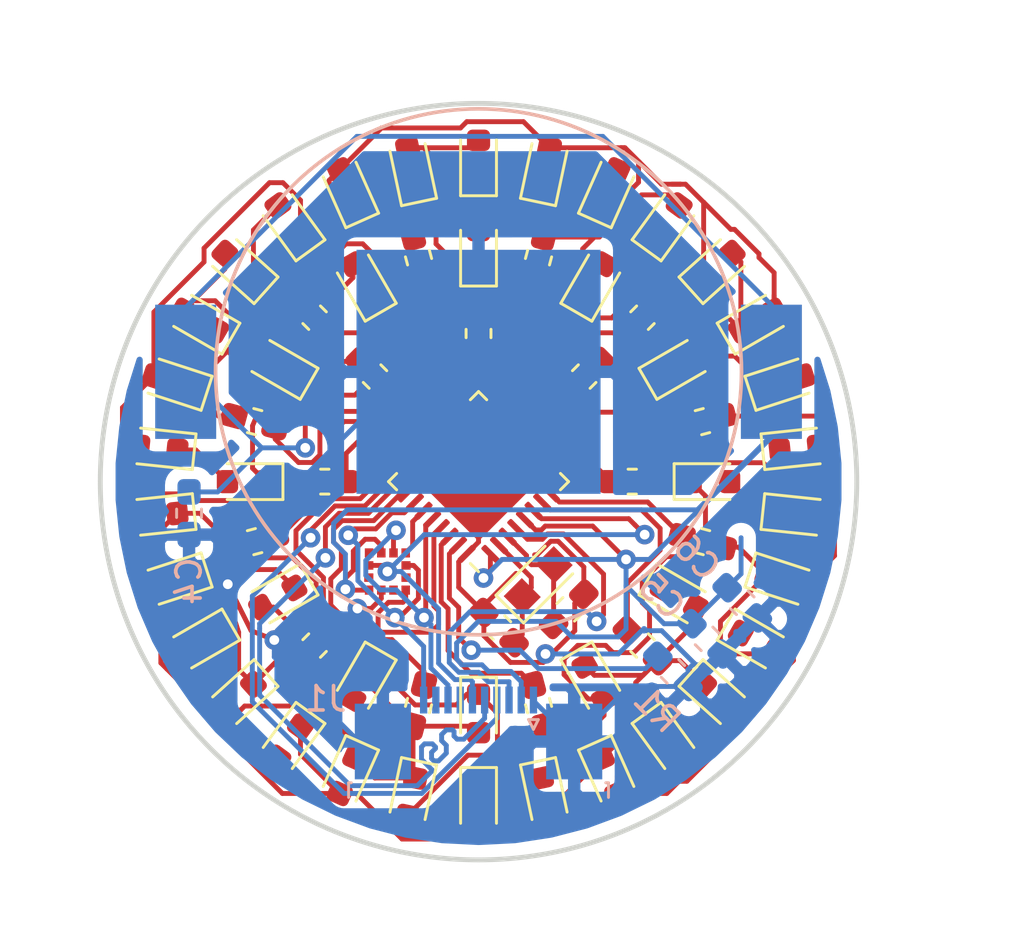
<source format=kicad_pcb>
(kicad_pcb (version 20171130) (host pcbnew 5.1.6)
  (layers (0 F.Cu signal) (31 B.Cu signal) (34 B.Paste user hide) (35 F.Paste user hide) (36 B.SilkS user hide) (37 F.SilkS user) (38 B.Mask user hide) (39 F.Mask user hide) (44 Edge.Cuts user))
  (net 0 "")
  (net 1 "Net-(D101-Pad1)")
  (net 2 "Net-(D101-Pad2)")
  (net 3 "Net-(D12-Pad2)")
  (net 4 "Net-(D102-Pad1)")
  (net 5 "Net-(D201-Pad1)")
  (net 6 "Net-(D201-Pad2)")
  (net 7 "Net-(D22-Pad2)")
  (net 8 "Net-(D202-Pad1)")
  (net 9 "Net-(D301-Pad2)")
  (net 10 "Net-(D301-Pad1)")
  (net 11 "Net-(D32-Pad2)")
  (net 12 "Net-(D302-Pad1)")
  (net 13 "Net-(D401-Pad2)")
  (net 14 "Net-(D401-Pad1)")
  (net 15 "Net-(D402-Pad1)")
  (net 16 C3_4)
  (net 17 GND)
  (net 18 X1)
  (net 19 X2)
  (net 20 "Net-(D43-Pad1)")
  (net 21 C1_1)
  (net 22 C1_2)
  (net 23 C1_3)
  (net 24 C1_4)
  (net 25 C2_1)
  (net 26 C2_2)
  (net 27 C2_3)
  (net 28 C3_1)
  (net 29 C3_2)
  (net 30 C3_3)
  (net 31 C4_1)
  (net 32 C4_2)
  (net 33 C4_3)
  (net 34 C4_4)
  (net 35 C2_4)
  (net 36 VCC)
  (net 37 RESET)
  (net 38 MOSI)
  (net 39 "Net-(IC1-Pad4)")
  (net 40 MISO)
  (net 41 BMA_CS)
  (net 42 BMA_INT)
  (net 43 "Net-(IC1-Pad6)")
  (net 44 "Net-(IC1-Pad11)")
  (net 45 SCK)
  (net 46 SWDIO)
  (net 47 SWCLK)
  (net 48 BOOT)
  (net 49 "Net-(J1-Pad7)")
  (net 50 "Net-(J1-Pad9)")
  (module Package_LGA:LGA-12_2x2mm_P0.5mm (layer F.Cu) (at 96.2655 103.6835 270)
    (fp_text reference IC1 hide)
    (fp_text value BMA456-Projectspecific)
    (pad 2 smd rect (at -0.7625 -0.25 270) (size 0.375 0.35) (layers F.Cu F.Paste F.Mask) (net 38 MOSI))
    (pad 3 smd rect (at -0.7625 0.25 270) (size 0.375 0.35) (layers F.Cu F.Paste F.Mask) (net 36 VCC))
    (pad 9 smd rect (at 0.7625 -0.25 270) (size 0.375 0.35) (layers F.Cu F.Paste F.Mask) (net 17 GND))
    (pad 8 smd rect (at 0.7625 0.25 270) (size 0.375 0.35) (layers F.Cu F.Paste F.Mask) (net 17 GND))
    (pad 4 smd rect (at -0.7625 0.75 270) (size 0.375 0.35) (layers F.Cu F.Paste F.Mask) (net 39 "Net-(IC1-Pad4)"))
    (pad 7 smd rect (at 0.7625 0.75 270) (size 0.375 0.35) (layers F.Cu F.Paste F.Mask) (net 36 VCC))
    (pad 1 smd rect (at -0.7625 -0.75 270) (size 0.375 0.35) (layers F.Cu F.Paste F.Mask) (net 40 MISO))
    (pad 10 smd rect (at 0.7625 -0.75 270) (size 0.375 0.35) (layers F.Cu F.Paste F.Mask) (net 41 BMA_CS))
    (pad 5 smd rect (at -0.25 0.7625) (size 0.375 0.35) (layers F.Cu F.Paste F.Mask) (net 42 BMA_INT))
    (pad 6 smd rect (at 0.25 0.7625) (size 0.375 0.35) (layers F.Cu F.Paste F.Mask) (net 43 "Net-(IC1-Pad6)"))
    (pad 11 smd rect (at 0.25 -0.7625) (size 0.375 0.35) (layers F.Cu F.Paste F.Mask) (net 44 "Net-(IC1-Pad11)"))
    (pad 12 smd rect (at -0.25 -0.7625) (size 0.375 0.35) (layers F.Cu F.Paste F.Mask) (net 45 SCK))
  )
  (module Resistor_SMD:R_0603_1608Metric_Pad1.05x0.95mm_HandSolder (layer F.Cu) (at 104.3305 95.6945 225)
    (fp_text reference R12 hide)
    (fp_text value R)
    (pad 2 smd roundrect (at 0.875 0 225) (size 1.05 0.95) (layers F.Cu F.Paste F.Mask) (net 22 C1_2))
    (pad 1 smd roundrect (at -0.875 0 225) (size 1.05 0.95) (layers F.Cu F.Paste F.Mask) (net 2 "Net-(D101-Pad2)"))
  )
  (module LED_SMD:LED_0603_1608Metric (layer F.Cu) (at 100 113.2 270)
    (fp_text reference D38 hide)
    (fp_text value LED)
    (pad 2 smd roundrect (at 0.7875 0 270) (size 0.875 0.95) (layers F.Cu F.Paste F.Mask) (net 9 "Net-(D301-Pad2)"))
    (pad 1 smd roundrect (at -0.7875 0 270) (size 0.875 0.95) (layers F.Cu F.Paste F.Mask) (net 11 "Net-(D32-Pad2)"))
  )
  (module LED_SMD:LED_0603_1608Metric (layer F.Cu) (at 112.553946 95.920976 18)
    (fp_text reference D11 hide)
    (fp_text value LED)
    (pad 2 smd roundrect (at 0.7875 0 18) (size 0.875 0.95) (layers F.Cu F.Paste F.Mask) (net 1 "Net-(D101-Pad1)"))
    (pad 1 smd roundrect (at -0.7875 0 18) (size 0.875 0.95) (layers F.Cu F.Paste F.Mask) (net 2 "Net-(D101-Pad2)"))
  )
  (module LED_SMD:LED_0603_1608Metric (layer F.Cu) (at 111.431535 93.4 30)
    (fp_text reference D12 hide)
    (fp_text value LED)
    (pad 1 smd roundrect (at -0.7875 0 30) (size 0.875 0.95) (layers F.Cu F.Paste F.Mask) (net 1 "Net-(D101-Pad1)"))
    (pad 2 smd roundrect (at 0.7875 0 30) (size 0.875 0.95) (layers F.Cu F.Paste F.Mask) (net 3 "Net-(D12-Pad2)"))
  )
  (module LED_SMD:LED_0603_1608Metric (layer F.Cu) (at 109.809512 91.167476 42)
    (fp_text reference D13 hide)
    (fp_text value LED)
    (pad 2 smd roundrect (at 0.7875 0.000001 42) (size 0.875 0.95) (layers F.Cu F.Paste F.Mask) (net 1 "Net-(D101-Pad1)"))
    (pad 1 smd roundrect (at -0.7875 -0.000001 42) (size 0.875 0.95) (layers F.Cu F.Paste F.Mask) (net 3 "Net-(D12-Pad2)"))
  )
  (module LED_SMD:LED_0603_1608Metric (layer F.Cu) (at 107.758765 89.320976 54)
    (fp_text reference D14 hide)
    (fp_text value LED)
    (pad 1 smd roundrect (at -0.7875 0 54) (size 0.875 0.95) (layers F.Cu F.Paste F.Mask) (net 1 "Net-(D101-Pad1)"))
    (pad 2 smd roundrect (at 0.7875 0 54) (size 0.875 0.95) (layers F.Cu F.Paste F.Mask) (net 4 "Net-(D102-Pad1)"))
  )
  (module LED_SMD:LED_0603_1608Metric (layer F.Cu) (at 105.368924 87.9412 66)
    (fp_text reference D15 hide)
    (fp_text value LED)
    (pad 2 smd roundrect (at 0.7875 0 66) (size 0.875 0.95) (layers F.Cu F.Paste F.Mask) (net 4 "Net-(D102-Pad1)"))
    (pad 1 smd roundrect (at -0.7875 0 66) (size 0.875 0.95) (layers F.Cu F.Paste F.Mask) (net 3 "Net-(D12-Pad2)"))
  )
  (module LED_SMD:LED_0603_1608Metric (layer F.Cu) (at 102.744434 87.088452 78)
    (fp_text reference D16 hide)
    (fp_text value LED)
    (pad 1 smd roundrect (at -0.7875 0 78) (size 0.875 0.95) (layers F.Cu F.Paste F.Mask) (net 4 "Net-(D102-Pad1)"))
    (pad 2 smd roundrect (at 0.7875 0 78) (size 0.875 0.95) (layers F.Cu F.Paste F.Mask) (net 3 "Net-(D12-Pad2)"))
  )
  (module LED_SMD:LED_0603_1608Metric (layer F.Cu) (at 100 86.8 90)
    (fp_text reference D17 hide)
    (fp_text value LED)
    (pad 1 smd roundrect (at -0.7875 0 90) (size 0.875 0.95) (layers F.Cu F.Paste F.Mask) (net 4 "Net-(D102-Pad1)"))
    (pad 2 smd roundrect (at 0.7875 0 90) (size 0.875 0.95) (layers F.Cu F.Paste F.Mask) (net 2 "Net-(D101-Pad2)"))
  )
  (module LED_SMD:LED_0603_1608Metric (layer F.Cu) (at 97.255566 87.088452 102)
    (fp_text reference D18 hide)
    (fp_text value LED)
    (pad 2 smd roundrect (at 0.7875 0 102) (size 0.875 0.95) (layers F.Cu F.Paste F.Mask) (net 2 "Net-(D101-Pad2)"))
    (pad 1 smd roundrect (at -0.7875 0 102) (size 0.875 0.95) (layers F.Cu F.Paste F.Mask) (net 3 "Net-(D12-Pad2)"))
  )
  (module LED_SMD:LED_0603_1608Metric (layer F.Cu) (at 94.631076 87.9412 114)
    (fp_text reference D19 hide)
    (fp_text value LED)
    (pad 1 smd roundrect (at -0.7875 0 114) (size 0.875 0.95) (layers F.Cu F.Paste F.Mask) (net 2 "Net-(D101-Pad2)"))
    (pad 2 smd roundrect (at 0.7875 0 114) (size 0.875 0.95) (layers F.Cu F.Paste F.Mask) (net 3 "Net-(D12-Pad2)"))
  )
  (module LED_SMD:LED_0603_1608Metric (layer F.Cu) (at 102.744434 112.911548 282)
    (fp_text reference D21 hide)
    (fp_text value LED)
    (pad 2 smd roundrect (at 0.7875 0 282) (size 0.875 0.95) (layers F.Cu F.Paste F.Mask) (net 5 "Net-(D201-Pad1)"))
    (pad 1 smd roundrect (at -0.7875 0 282) (size 0.875 0.95) (layers F.Cu F.Paste F.Mask) (net 6 "Net-(D201-Pad2)"))
  )
  (module LED_SMD:LED_0603_1608Metric (layer F.Cu) (at 105.368924 112.0588 294)
    (fp_text reference D22 hide)
    (fp_text value LED)
    (pad 1 smd roundrect (at -0.7875 0 294) (size 0.875 0.95) (layers F.Cu F.Paste F.Mask) (net 5 "Net-(D201-Pad1)"))
    (pad 2 smd roundrect (at 0.7875 0 294) (size 0.875 0.95) (layers F.Cu F.Paste F.Mask) (net 7 "Net-(D22-Pad2)"))
  )
  (module LED_SMD:LED_0603_1608Metric (layer F.Cu) (at 107.758765 110.679024 306)
    (fp_text reference D23 hide)
    (fp_text value LED)
    (pad 2 smd roundrect (at 0.7875 0 306) (size 0.875 0.95) (layers F.Cu F.Paste F.Mask) (net 5 "Net-(D201-Pad1)"))
    (pad 1 smd roundrect (at -0.7875 0 306) (size 0.875 0.95) (layers F.Cu F.Paste F.Mask) (net 7 "Net-(D22-Pad2)"))
  )
  (module LED_SMD:LED_0603_1608Metric (layer F.Cu) (at 109.809512 108.832524 318)
    (fp_text reference D24 hide)
    (fp_text value LED)
    (pad 1 smd roundrect (at -0.7875 0.000001 318) (size 0.875 0.95) (layers F.Cu F.Paste F.Mask) (net 5 "Net-(D201-Pad1)"))
    (pad 2 smd roundrect (at 0.7875 -0.000001 318) (size 0.875 0.95) (layers F.Cu F.Paste F.Mask) (net 8 "Net-(D202-Pad1)"))
  )
  (module LED_SMD:LED_0603_1608Metric (layer F.Cu) (at 111.431535 106.6 330)
    (fp_text reference D25 hide)
    (fp_text value LED)
    (pad 2 smd roundrect (at 0.7875 0 330) (size 0.875 0.95) (layers F.Cu F.Paste F.Mask) (net 8 "Net-(D202-Pad1)"))
    (pad 1 smd roundrect (at -0.7875 0 330) (size 0.875 0.95) (layers F.Cu F.Paste F.Mask) (net 7 "Net-(D22-Pad2)"))
  )
  (module LED_SMD:LED_0603_1608Metric (layer F.Cu) (at 112.553946 104.079024 342)
    (fp_text reference D26 hide)
    (fp_text value LED)
    (pad 1 smd roundrect (at -0.7875 0 342) (size 0.875 0.95) (layers F.Cu F.Paste F.Mask) (net 8 "Net-(D202-Pad1)"))
    (pad 2 smd roundrect (at 0.7875 0 342) (size 0.875 0.95) (layers F.Cu F.Paste F.Mask) (net 7 "Net-(D22-Pad2)"))
  )
  (module LED_SMD:LED_0603_1608Metric (layer F.Cu) (at 113.127689 101.379776 354)
    (fp_text reference D27 hide)
    (fp_text value LED)
    (pad 1 smd roundrect (at -0.7875 0 354) (size 0.875 0.95) (layers F.Cu F.Paste F.Mask) (net 8 "Net-(D202-Pad1)"))
    (pad 2 smd roundrect (at 0.7875 0 354) (size 0.875 0.95) (layers F.Cu F.Paste F.Mask) (net 6 "Net-(D201-Pad2)"))
  )
  (module LED_SMD:LED_0603_1608Metric (layer F.Cu) (at 113.127689 98.620224 6)
    (fp_text reference D28 hide)
    (fp_text value LED)
    (pad 1 smd roundrect (at -0.7875 0 6) (size 0.875 0.95) (layers F.Cu F.Paste F.Mask) (net 7 "Net-(D22-Pad2)"))
    (pad 2 smd roundrect (at 0.7875 0 6) (size 0.875 0.95) (layers F.Cu F.Paste F.Mask) (net 6 "Net-(D201-Pad2)"))
  )
  (module LED_SMD:LED_0603_1608Metric (layer F.Cu) (at 87.446054 104.079024 198)
    (fp_text reference D32 hide)
    (fp_text value LED)
    (pad 2 smd roundrect (at 0.7875 0 198) (size 0.875 0.95) (layers F.Cu F.Paste F.Mask) (net 11 "Net-(D32-Pad2)"))
    (pad 1 smd roundrect (at -0.7875 0 198) (size 0.875 0.95) (layers F.Cu F.Paste F.Mask) (net 10 "Net-(D301-Pad1)"))
  )
  (module LED_SMD:LED_0603_1608Metric (layer F.Cu) (at 88.568465 106.6 210)
    (fp_text reference D33 hide)
    (fp_text value LED)
    (pad 1 smd roundrect (at -0.7875 0 210) (size 0.875 0.95) (layers F.Cu F.Paste F.Mask) (net 11 "Net-(D32-Pad2)"))
    (pad 2 smd roundrect (at 0.7875 0 210) (size 0.875 0.95) (layers F.Cu F.Paste F.Mask) (net 10 "Net-(D301-Pad1)"))
  )
  (module LED_SMD:LED_0603_1608Metric (layer F.Cu) (at 90.190488 108.832524 222)
    (fp_text reference D34 hide)
    (fp_text value LED)
    (pad 2 smd roundrect (at 0.7875 0.000001 222) (size 0.875 0.95) (layers F.Cu F.Paste F.Mask) (net 12 "Net-(D302-Pad1)"))
    (pad 1 smd roundrect (at -0.7875 -0.000001 222) (size 0.875 0.95) (layers F.Cu F.Paste F.Mask) (net 10 "Net-(D301-Pad1)"))
  )
  (module LED_SMD:LED_0603_1608Metric (layer F.Cu) (at 92.241235 110.679024 234)
    (fp_text reference D35 hide)
    (fp_text value LED)
    (pad 1 smd roundrect (at -0.7875 0 234) (size 0.875 0.95) (layers F.Cu F.Paste F.Mask) (net 11 "Net-(D32-Pad2)"))
    (pad 2 smd roundrect (at 0.7875 0 234) (size 0.875 0.95) (layers F.Cu F.Paste F.Mask) (net 12 "Net-(D302-Pad1)"))
  )
  (module LED_SMD:LED_0603_1608Metric (layer F.Cu) (at 94.631076 112.0588 246)
    (fp_text reference D36 hide)
    (fp_text value LED)
    (pad 2 smd roundrect (at 0.7875 0 246) (size 0.875 0.95) (layers F.Cu F.Paste F.Mask) (net 11 "Net-(D32-Pad2)"))
    (pad 1 smd roundrect (at -0.7875 0 246) (size 0.875 0.95) (layers F.Cu F.Paste F.Mask) (net 12 "Net-(D302-Pad1)"))
  )
  (module LED_SMD:LED_0603_1608Metric (layer F.Cu) (at 97.255566 112.911548 258)
    (fp_text reference D37 hide)
    (fp_text value LED)
    (pad 2 smd roundrect (at 0.7875 0 258) (size 0.875 0.95) (layers F.Cu F.Paste F.Mask) (net 9 "Net-(D301-Pad2)"))
    (pad 1 smd roundrect (at -0.7875 0 258) (size 0.875 0.95) (layers F.Cu F.Paste F.Mask) (net 12 "Net-(D302-Pad1)"))
  )
  (module LED_SMD:LED_0603_1608Metric (layer F.Cu) (at 92.241235 89.320976 126)
    (fp_text reference D43 hide)
    (fp_text value LED)
    (pad 1 smd roundrect (at -0.7875 0 126) (size 0.875 0.95) (layers F.Cu F.Paste F.Mask) (net 20 "Net-(D43-Pad1)"))
    (pad 2 smd roundrect (at 0.7875 0 126) (size 0.875 0.95) (layers F.Cu F.Paste F.Mask) (net 14 "Net-(D401-Pad1)"))
  )
  (module LED_SMD:LED_0603_1608Metric (layer F.Cu) (at 90.190488 91.167476 138)
    (fp_text reference D44 hide)
    (fp_text value LED)
    (pad 2 smd roundrect (at 0.7875 -0.000001 138) (size 0.875 0.95) (layers F.Cu F.Paste F.Mask) (net 15 "Net-(D402-Pad1)"))
    (pad 1 smd roundrect (at -0.7875 0.000001 138) (size 0.875 0.95) (layers F.Cu F.Paste F.Mask) (net 14 "Net-(D401-Pad1)"))
  )
  (module LED_SMD:LED_0603_1608Metric (layer F.Cu) (at 88.568465 93.4 150)
    (fp_text reference D45 hide)
    (fp_text value LED)
    (pad 1 smd roundrect (at -0.7875 0 150) (size 0.875 0.95) (layers F.Cu F.Paste F.Mask) (net 20 "Net-(D43-Pad1)"))
    (pad 2 smd roundrect (at 0.7875 0 150) (size 0.875 0.95) (layers F.Cu F.Paste F.Mask) (net 15 "Net-(D402-Pad1)"))
  )
  (module LED_SMD:LED_0603_1608Metric (layer F.Cu) (at 87.446054 95.920976 162)
    (fp_text reference D46 hide)
    (fp_text value LED)
    (pad 2 smd roundrect (at 0.7875 0 162) (size 0.875 0.95) (layers F.Cu F.Paste F.Mask) (net 20 "Net-(D43-Pad1)"))
    (pad 1 smd roundrect (at -0.7875 0 162) (size 0.875 0.95) (layers F.Cu F.Paste F.Mask) (net 15 "Net-(D402-Pad1)"))
  )
  (module LED_SMD:LED_0603_1608Metric (layer F.Cu) (at 86.872311 98.620224 174)
    (fp_text reference D47 hide)
    (fp_text value LED)
    (pad 2 smd roundrect (at 0.7875 0 174) (size 0.875 0.95) (layers F.Cu F.Paste F.Mask) (net 13 "Net-(D401-Pad2)"))
    (pad 1 smd roundrect (at -0.7875 0 174) (size 0.875 0.95) (layers F.Cu F.Paste F.Mask) (net 15 "Net-(D402-Pad1)"))
  )
  (module LED_SMD:LED_0603_1608Metric (layer F.Cu) (at 86.872311 101.379776 186)
    (fp_text reference D48 hide)
    (fp_text value LED)
    (pad 1 smd roundrect (at -0.7875 0 186) (size 0.875 0.95) (layers F.Cu F.Paste F.Mask) (net 20 "Net-(D43-Pad1)"))
    (pad 2 smd roundrect (at 0.7875 0 186) (size 0.875 0.95) (layers F.Cu F.Paste F.Mask) (net 13 "Net-(D401-Pad2)"))
  )
  (module LED_SMD:LED_0603_1608Metric (layer F.Cu) (at 108.227241 95.25 30)
    (fp_text reference D101 hide)
    (fp_text value LED)
    (pad 1 smd roundrect (at -0.7875 0 30) (size 0.875 0.95) (layers F.Cu F.Paste F.Mask) (net 1 "Net-(D101-Pad1)"))
    (pad 2 smd roundrect (at 0.7875 0 30) (size 0.875 0.95) (layers F.Cu F.Paste F.Mask) (net 2 "Net-(D101-Pad2)"))
  )
  (module LED_SMD:LED_0603_1608Metric (layer F.Cu) (at 104.75 91.772759 60)
    (fp_text reference D102 hide)
    (fp_text value LED)
    (pad 2 smd roundrect (at 0.7875 0 60) (size 0.875 0.95) (layers F.Cu F.Paste F.Mask) (net 1 "Net-(D101-Pad1)"))
    (pad 1 smd roundrect (at -0.7875 0 60) (size 0.875 0.95) (layers F.Cu F.Paste F.Mask) (net 4 "Net-(D102-Pad1)"))
  )
  (module LED_SMD:LED_0603_1608Metric (layer F.Cu) (at 100 90.5 90)
    (fp_text reference D103 hide)
    (fp_text value LED)
    (pad 2 smd roundrect (at 0.7875 0 90) (size 0.875 0.95) (layers F.Cu F.Paste F.Mask) (net 4 "Net-(D102-Pad1)"))
    (pad 1 smd roundrect (at -0.7875 0 90) (size 0.875 0.95) (layers F.Cu F.Paste F.Mask) (net 2 "Net-(D101-Pad2)"))
  )
  (module LED_SMD:LED_0603_1608Metric (layer F.Cu) (at 104.75 108.227241 300)
    (fp_text reference D201 hide)
    (fp_text value LED)
    (pad 1 smd roundrect (at -0.7875 0 300) (size 0.875 0.95) (layers F.Cu F.Paste F.Mask) (net 5 "Net-(D201-Pad1)"))
    (pad 2 smd roundrect (at 0.7875 0 300) (size 0.875 0.95) (layers F.Cu F.Paste F.Mask) (net 6 "Net-(D201-Pad2)"))
  )
  (module LED_SMD:LED_0603_1608Metric (layer F.Cu) (at 108.227241 104.75 330)
    (fp_text reference D202 hide)
    (fp_text value LED)
    (pad 2 smd roundrect (at 0.7875 0 330) (size 0.875 0.95) (layers F.Cu F.Paste F.Mask) (net 5 "Net-(D201-Pad1)"))
    (pad 1 smd roundrect (at -0.7875 0 330) (size 0.875 0.95) (layers F.Cu F.Paste F.Mask) (net 8 "Net-(D202-Pad1)"))
  )
  (module LED_SMD:LED_0603_1608Metric (layer F.Cu) (at 109.5 100)
    (fp_text reference D203 hide)
    (fp_text value LED)
    (pad 2 smd roundrect (at 0.7875 0) (size 0.875 0.95) (layers F.Cu F.Paste F.Mask) (net 8 "Net-(D202-Pad1)"))
    (pad 1 smd roundrect (at -0.7875 0) (size 0.875 0.95) (layers F.Cu F.Paste F.Mask) (net 6 "Net-(D201-Pad2)"))
  )
  (module LED_SMD:LED_0603_1608Metric (layer F.Cu) (at 91.772759 104.75 210)
    (fp_text reference D301 hide)
    (fp_text value LED)
    (pad 2 smd roundrect (at 0.7875 0 210) (size 0.875 0.95) (layers F.Cu F.Paste F.Mask) (net 9 "Net-(D301-Pad2)"))
    (pad 1 smd roundrect (at -0.7875 0 210) (size 0.875 0.95) (layers F.Cu F.Paste F.Mask) (net 10 "Net-(D301-Pad1)"))
  )
  (module LED_SMD:LED_0603_1608Metric (layer F.Cu) (at 95.25 108.227241 240)
    (fp_text reference D302 hide)
    (fp_text value LED)
    (pad 1 smd roundrect (at -0.7875 0 240) (size 0.875 0.95) (layers F.Cu F.Paste F.Mask) (net 12 "Net-(D302-Pad1)"))
    (pad 2 smd roundrect (at 0.7875 0 240) (size 0.875 0.95) (layers F.Cu F.Paste F.Mask) (net 10 "Net-(D301-Pad1)"))
  )
  (module LED_SMD:LED_0603_1608Metric (layer F.Cu) (at 100 109.5 270)
    (fp_text reference D303 hide)
    (fp_text value LED)
    (pad 2 smd roundrect (at 0.7875 0 270) (size 0.875 0.95) (layers F.Cu F.Paste F.Mask) (net 12 "Net-(D302-Pad1)"))
    (pad 1 smd roundrect (at -0.7875 0 270) (size 0.875 0.95) (layers F.Cu F.Paste F.Mask) (net 9 "Net-(D301-Pad2)"))
  )
  (module LED_SMD:LED_0603_1608Metric (layer F.Cu) (at 95.25 91.772759 120)
    (fp_text reference D401 hide)
    (fp_text value LED)
    (pad 2 smd roundrect (at 0.7875 0 120) (size 0.875 0.95) (layers F.Cu F.Paste F.Mask) (net 13 "Net-(D401-Pad2)"))
    (pad 1 smd roundrect (at -0.7875 0 120) (size 0.875 0.95) (layers F.Cu F.Paste F.Mask) (net 14 "Net-(D401-Pad1)"))
  )
  (module LED_SMD:LED_0603_1608Metric (layer F.Cu) (at 91.772759 95.25 150)
    (fp_text reference D402 hide)
    (fp_text value LED)
    (pad 1 smd roundrect (at -0.7875 0 150) (size 0.875 0.95) (layers F.Cu F.Paste F.Mask) (net 15 "Net-(D402-Pad1)"))
    (pad 2 smd roundrect (at 0.7875 0 150) (size 0.875 0.95) (layers F.Cu F.Paste F.Mask) (net 14 "Net-(D401-Pad1)"))
  )
  (module LED_SMD:LED_0603_1608Metric (layer F.Cu) (at 90.5 100 180)
    (fp_text reference D403 hide)
    (fp_text value LED)
    (pad 1 smd roundrect (at -0.7875 0 180) (size 0.875 0.95) (layers F.Cu F.Paste F.Mask) (net 13 "Net-(D401-Pad2)"))
    (pad 2 smd roundrect (at 0.7875 0 180) (size 0.875 0.95) (layers F.Cu F.Paste F.Mask) (net 15 "Net-(D402-Pad1)"))
  )
  (module Resistor_SMD:R_0603_1608Metric_Pad1.05x0.95mm_HandSolder (layer F.Cu) (at 97.541219 90.823705 285)
    (fp_text reference R11 hide)
    (fp_text value R)
    (pad 1 smd roundrect (at -0.875 0 285) (size 1.05 0.95) (layers F.Cu F.Paste F.Mask) (net 3 "Net-(D12-Pad2)"))
    (pad 2 smd roundrect (at 0.875 0 285) (size 1.05 0.95) (layers F.Cu F.Paste F.Mask) (net 21 C1_1))
  )
  (module Resistor_SMD:R_0603_1608Metric_Pad1.05x0.95mm_HandSolder (layer F.Cu) (at 102.458781 90.823705 255)
    (fp_text reference R13 hide)
    (fp_text value R)
    (pad 1 smd roundrect (at -0.875 0 255) (size 1.05 0.95) (layers F.Cu F.Paste F.Mask) (net 4 "Net-(D102-Pad1)"))
    (pad 2 smd roundrect (at 0.875 0 255) (size 1.05 0.95) (layers F.Cu F.Paste F.Mask) (net 23 C1_3))
  )
  (module Resistor_SMD:R_0603_1608Metric_Pad1.05x0.95mm_HandSolder (layer F.Cu) (at 106.717514 93.282486 225)
    (fp_text reference R14 hide)
    (fp_text value R)
    (pad 2 smd roundrect (at 0.874999 0 225) (size 1.05 0.95) (layers F.Cu F.Paste F.Mask) (net 24 C1_4))
    (pad 1 smd roundrect (at -0.874999 0 225) (size 1.05 0.95) (layers F.Cu F.Paste F.Mask) (net 1 "Net-(D101-Pad1)"))
  )
  (module Resistor_SMD:R_0603_1608Metric_Pad1.05x0.95mm_HandSolder (layer F.Cu) (at 109.176295 97.541219 195)
    (fp_text reference R21 hide)
    (fp_text value R)
    (pad 2 smd roundrect (at 0.875 0 195) (size 1.05 0.95) (layers F.Cu F.Paste F.Mask) (net 25 C2_1))
    (pad 1 smd roundrect (at -0.875 0 195) (size 1.05 0.95) (layers F.Cu F.Paste F.Mask) (net 7 "Net-(D22-Pad2)"))
  )
  (module Resistor_SMD:R_0603_1608Metric_Pad1.05x0.95mm_HandSolder (layer F.Cu) (at 106.3 100 180)
    (fp_text reference R22 hide)
    (fp_text value R)
    (pad 1 smd roundrect (at -0.875 0 180) (size 1.05 0.95) (layers F.Cu F.Paste F.Mask) (net 6 "Net-(D201-Pad2)"))
    (pad 2 smd roundrect (at 0.875 0 180) (size 1.05 0.95) (layers F.Cu F.Paste F.Mask) (net 26 C2_2))
  )
  (module Resistor_SMD:R_0603_1608Metric_Pad1.05x0.95mm_HandSolder (layer F.Cu) (at 109.176295 102.458781 165)
    (fp_text reference R23 hide)
    (fp_text value R)
    (pad 2 smd roundrect (at 0.875 0 165) (size 1.05 0.95) (layers F.Cu F.Paste F.Mask) (net 27 C2_3))
    (pad 1 smd roundrect (at -0.875 0 165) (size 1.05 0.95) (layers F.Cu F.Paste F.Mask) (net 8 "Net-(D202-Pad1)"))
  )
  (module Resistor_SMD:R_0603_1608Metric_Pad1.05x0.95mm_HandSolder (layer F.Cu) (at 106.717514 106.717514 135)
    (fp_text reference R24 hide)
    (fp_text value R)
    (pad 1 smd roundrect (at -0.874999 0 135) (size 1.05 0.95) (layers F.Cu F.Paste F.Mask) (net 5 "Net-(D201-Pad1)"))
    (pad 2 smd roundrect (at 0.874999 0 135) (size 1.05 0.95) (layers F.Cu F.Paste F.Mask) (net 35 C2_4))
  )
  (module Resistor_SMD:R_0603_1608Metric_Pad1.05x0.95mm_HandSolder (layer F.Cu) (at 102.458781 109.176295 105)
    (fp_text reference R31 hide)
    (fp_text value R)
    (pad 1 smd roundrect (at -0.875 0 105) (size 1.05 0.95) (layers F.Cu F.Paste F.Mask) (net 11 "Net-(D32-Pad2)"))
    (pad 2 smd roundrect (at 0.875 0 105) (size 1.05 0.95) (layers F.Cu F.Paste F.Mask) (net 28 C3_1))
  )
  (module Resistor_SMD:R_0603_1608Metric_Pad1.05x0.95mm_HandSolder (layer F.Cu) (at 93.7 100)
    (fp_text reference R32 hide)
    (fp_text value R)
    (pad 2 smd roundrect (at 0.874999 0) (size 1.05 0.95) (layers F.Cu F.Paste F.Mask) (net 29 C3_2))
    (pad 1 smd roundrect (at -0.874999 0) (size 1.05 0.95) (layers F.Cu F.Paste F.Mask) (net 9 "Net-(D301-Pad2)"))
  )
  (module Resistor_SMD:R_0603_1608Metric_Pad1.05x0.95mm_HandSolder (layer F.Cu) (at 97.541219 109.176295 75)
    (fp_text reference R33 hide)
    (fp_text value R)
    (pad 1 smd roundrect (at -0.875 0 75) (size 1.05 0.95) (layers F.Cu F.Paste F.Mask) (net 12 "Net-(D302-Pad1)"))
    (pad 2 smd roundrect (at 0.875 0 75) (size 1.05 0.95) (layers F.Cu F.Paste F.Mask) (net 30 C3_3))
  )
  (module Resistor_SMD:R_0603_1608Metric_Pad1.05x0.95mm_HandSolder (layer F.Cu) (at 93.282486 106.717514 45)
    (fp_text reference R34 hide)
    (fp_text value R)
    (pad 2 smd roundrect (at 0.874999 0 45) (size 1.05 0.95) (layers F.Cu F.Paste F.Mask) (net 16 C3_4))
    (pad 1 smd roundrect (at -0.874999 0 45) (size 1.05 0.95) (layers F.Cu F.Paste F.Mask) (net 10 "Net-(D301-Pad1)"))
  )
  (module Resistor_SMD:R_0603_1608Metric_Pad1.05x0.95mm_HandSolder (layer F.Cu) (at 90.823705 102.458781 15)
    (fp_text reference R41 hide)
    (fp_text value R)
    (pad 2 smd roundrect (at 0.875 0 15) (size 1.05 0.95) (layers F.Cu F.Paste F.Mask) (net 31 C4_1))
    (pad 1 smd roundrect (at -0.875 0 15) (size 1.05 0.95) (layers F.Cu F.Paste F.Mask) (net 20 "Net-(D43-Pad1)"))
  )
  (module Resistor_SMD:R_0603_1608Metric_Pad1.05x0.95mm_HandSolder (layer F.Cu) (at 95.758 95.6945 315)
    (fp_text reference R42 hide)
    (fp_text value R)
    (pad 1 smd roundrect (at -0.874999 0 315) (size 1.05 0.95) (layers F.Cu F.Paste F.Mask) (net 13 "Net-(D401-Pad2)"))
    (pad 2 smd roundrect (at 0.874999 0 315) (size 1.05 0.95) (layers F.Cu F.Paste F.Mask) (net 32 C4_2))
  )
  (module Resistor_SMD:R_0603_1608Metric_Pad1.05x0.95mm_HandSolder (layer F.Cu) (at 90.823705 97.541219 345)
    (fp_text reference R43 hide)
    (fp_text value R)
    (pad 2 smd roundrect (at 0.875 0 345) (size 1.05 0.95) (layers F.Cu F.Paste F.Mask) (net 33 C4_3))
    (pad 1 smd roundrect (at -0.875 0 345) (size 1.05 0.95) (layers F.Cu F.Paste F.Mask) (net 15 "Net-(D402-Pad1)"))
  )
  (module Resistor_SMD:R_0603_1608Metric_Pad1.05x0.95mm_HandSolder (layer F.Cu) (at 93.282486 93.282486 315)
    (fp_text reference R44 hide)
    (fp_text value R)
    (pad 1 smd roundrect (at -0.874999 0 315) (size 1.05 0.95) (layers F.Cu F.Paste F.Mask) (net 14 "Net-(D401-Pad1)"))
    (pad 2 smd roundrect (at 0.874999 0 315) (size 1.05 0.95) (layers F.Cu F.Paste F.Mask) (net 34 C4_4))
  )
  (module Battery_Clip_SMALL:BatteryHolderCR2032 (layer B.Cu) (at 100 95.5)
    (fp_text reference BT1 hide)
    (fp_text value Battery_Cell)
    (pad 2 smd rect (at 0 0) (size 10 10) (layers B.Cu B.Paste B.Mask) (net 17 GND))
    (pad 1 smd rect (at -12 0) (size 2.5 5.5) (layers B.Cu B.Paste B.Mask) (net 36 VCC))
    (pad 1 smd rect (at 12 0) (size 2.5 5.5) (layers B.Cu B.Paste B.Mask) (net 36 VCC))
  )
  (module Capacitor_SMD:C_0603_1608Metric_Pad1.05x0.95mm_HandSolder (layer F.Cu) (at 100.838 105.9815 135)
    (fp_text reference C1 hide)
    (fp_text value C)
    (pad 2 smd roundrect (at 0.875 0 135) (size 1.05 0.95) (layers F.Cu F.Paste F.Mask) (net 17 GND))
    (pad 1 smd roundrect (at -0.875 0 135) (size 1.05 0.95) (layers F.Cu F.Paste F.Mask) (net 18 X1))
  )
  (module Capacitor_SMD:C_0603_1608Metric_Pad1.05x0.95mm_HandSolder (layer F.Cu) (at 103.6955 105.2335 45)
    (fp_text reference C2 hide)
    (fp_text value C)
    (pad 1 smd roundrect (at -0.875 0 45) (size 1.05 0.95) (layers F.Cu F.Paste F.Mask) (net 19 X2))
    (pad 2 smd roundrect (at 0.875 0 45) (size 1.05 0.95) (layers F.Cu F.Paste F.Mask) (net 17 GND))
  )
  (module Capacitor_SMD:C_0603_1608Metric_Pad1.05x0.95mm_HandSolder (layer F.Cu) (at 100 93.93 270)
    (fp_text reference C3 hide)
    (fp_text value C)
    (pad 1 smd roundrect (at -0.875 0 270) (size 1.05 0.95) (layers F.Cu F.Paste F.Mask) (net 36 VCC))
    (pad 2 smd roundrect (at 0.875 0 270) (size 1.05 0.95) (layers F.Cu F.Paste F.Mask) (net 17 GND))
  )
  (module Capacitor_SMD:C_0603_1608Metric_Pad1.05x0.95mm_HandSolder (layer B.Cu) (at 88.138 101.2965 270)
    (fp_text reference C4 (at 2.78 0 270) (layer B.SilkS) (effects (justify mirror)))
    (fp_text value C)
    (pad 2 smd roundrect (at 0.875 0 270) (size 1.05 0.95) (layers B.Cu B.Paste B.Mask) (net 17 GND))
    (pad 1 smd roundrect (at -0.875 0 270) (size 1.05 0.95) (layers B.Cu B.Paste B.Mask) (net 36 VCC))
  )
  (module Capacitor_SMD:C_0603_1608Metric_Pad1.05x0.95mm_HandSolder (layer B.Cu) (at 109.363282 106.442282 315)
    (fp_text reference C5 (at -2.537498 0.089803 315) (layer B.SilkS) (effects (justify mirror)))
    (fp_text value C)
    (pad 2 smd roundrect (at 0.875 0 315) (size 1.05 0.95) (layers B.Cu B.Paste B.Mask) (net 17 GND))
    (pad 1 smd roundrect (at -0.875 0 315) (size 1.05 0.95) (layers B.Cu B.Paste B.Mask) (net 36 VCC))
  )
  (module Capacitor_SMD:C_0603_1608Metric_Pad1.05x0.95mm_HandSolder (layer B.Cu) (at 110.8075 104.9655 315)
    (fp_text reference C6 (at -2.625 0 315) (layer B.SilkS) (effects (justify mirror)))
    (fp_text value C)
    (pad 1 smd roundrect (at -0.875 0 315) (size 1.05 0.95) (layers B.Cu B.Paste B.Mask) (net 36 VCC))
    (pad 2 smd roundrect (at 0.875 0 315) (size 1.05 0.95) (layers B.Cu B.Paste B.Mask) (net 17 GND))
  )
  (module Package_DFN_QFN:QFN-32-1EP_5x5mm_P0.5mm_EP3.45x3.45mm (layer F.Cu) (at 100 100 135)
    (fp_text reference U1 hide)
    (fp_text value STM32L432KCUx)
    (pad 1 smd roundrect (at -2.4375 -1.75 135) (size 0.875 0.25) (layers F.Cu F.Paste F.Mask) (net 36 VCC))
    (pad 2 smd roundrect (at -2.4375 -1.25 135) (size 0.875 0.25) (layers F.Cu F.Paste F.Mask) (net 18 X1))
    (pad 3 smd roundrect (at -2.4375 -0.75 135) (size 0.875 0.25) (layers F.Cu F.Paste F.Mask) (net 19 X2))
    (pad 4 smd roundrect (at -2.4375 -0.25 135) (size 0.875 0.25) (layers F.Cu F.Paste F.Mask) (net 37 RESET))
    (pad 5 smd roundrect (at -2.4375 0.25 135) (size 0.875 0.25) (layers F.Cu F.Paste F.Mask) (net 36 VCC))
    (pad 6 smd roundrect (at -2.4375 0.75 135) (size 0.875 0.25) (layers F.Cu F.Paste F.Mask) (net 42 BMA_INT))
    (pad 7 smd roundrect (at -2.4375 1.25 135) (size 0.875 0.25) (layers F.Cu F.Paste F.Mask) (net 35 C2_4))
    (pad 8 smd roundrect (at -2.4375 1.75 135) (size 0.875 0.25) (layers F.Cu F.Paste F.Mask) (net 27 C2_3))
    (pad 9 smd roundrect (at -1.75 2.4375 135) (size 0.25 0.875) (layers F.Cu F.Paste F.Mask) (net 26 C2_2))
    (pad 10 smd roundrect (at -1.25 2.4375 135) (size 0.25 0.875) (layers F.Cu F.Paste F.Mask) (net 25 C2_1))
    (pad 11 smd roundrect (at -0.75 2.4375 135) (size 0.25 0.875) (layers F.Cu F.Paste F.Mask) (net 24 C1_4))
    (pad 12 smd roundrect (at -0.25 2.4375 135) (size 0.25 0.875) (layers F.Cu F.Paste F.Mask) (net 22 C1_2))
    (pad 13 smd roundrect (at 0.25 2.4375 135) (size 0.25 0.875) (layers F.Cu F.Paste F.Mask) (net 23 C1_3))
    (pad 14 smd roundrect (at 0.75 2.4375 135) (size 0.25 0.875) (layers F.Cu F.Paste F.Mask) (net 21 C1_1))
    (pad 15 smd roundrect (at 1.25 2.4375 135) (size 0.25 0.875) (layers F.Cu F.Paste F.Mask) (net 34 C4_4))
    (pad 16 smd roundrect (at 1.75 2.4375 135) (size 0.25 0.875) (layers F.Cu F.Paste F.Mask) (net 17 GND))
    (pad 17 smd roundrect (at 2.4375 1.75 135) (size 0.875 0.25) (layers F.Cu F.Paste F.Mask) (net 36 VCC))
    (pad 18 smd roundrect (at 2.4375 1.25 135) (size 0.875 0.25) (layers F.Cu F.Paste F.Mask) (net 32 C4_2))
    (pad 19 smd roundrect (at 2.4375 0.75 135) (size 0.875 0.25) (layers F.Cu F.Paste F.Mask) (net 33 C4_3))
    (pad 20 smd roundrect (at 2.4375 0.25 135) (size 0.875 0.25) (layers F.Cu F.Paste F.Mask) (net 31 C4_1))
    (pad 21 smd roundrect (at 2.4375 -0.25 135) (size 0.875 0.25) (layers F.Cu F.Paste F.Mask) (net 29 C3_2))
    (pad 22 smd roundrect (at 2.4375 -0.75 135) (size 0.875 0.25) (layers F.Cu F.Paste F.Mask) (net 16 C3_4))
    (pad 23 smd roundrect (at 2.4375 -1.25 135) (size 0.875 0.25) (layers F.Cu F.Paste F.Mask) (net 46 SWDIO))
    (pad 24 smd roundrect (at 2.4375 -1.75 135) (size 0.875 0.25) (layers F.Cu F.Paste F.Mask) (net 47 SWCLK))
    (pad 25 smd roundrect (at 1.75 -2.4375 135) (size 0.25 0.875) (layers F.Cu F.Paste F.Mask) (net 30 C3_3))
    (pad 26 smd roundrect (at 1.25 -2.4375 135) (size 0.25 0.875) (layers F.Cu F.Paste F.Mask) (net 45 SCK))
    (pad 27 smd roundrect (at 0.75 -2.4375 135) (size 0.25 0.875) (layers F.Cu F.Paste F.Mask) (net 40 MISO))
    (pad 28 smd roundrect (at 0.25 -2.4375 135) (size 0.25 0.875) (layers F.Cu F.Paste F.Mask) (net 38 MOSI))
    (pad 29 smd roundrect (at -0.25 -2.4375 135) (size 0.25 0.875) (layers F.Cu F.Paste F.Mask) (net 41 BMA_CS))
    (pad 30 smd roundrect (at -0.75 -2.4375 135) (size 0.25 0.875) (layers F.Cu F.Paste F.Mask) (net 28 C3_1))
    (pad 31 smd roundrect (at -1.25 -2.4375 135) (size 0.25 0.875) (layers F.Cu F.Paste F.Mask) (net 48 BOOT))
    (pad 32 smd roundrect (at -1.75 -2.4375 135) (size 0.25 0.875) (layers F.Cu F.Paste F.Mask) (net 17 GND))
    (pad 33 smd rect (at 0 0 135) (size 3.45 3.45) (layers F.Cu F.Mask) (net 17 GND))
  )
  (module Crystal:Crystal_SMD_2012-2Pin_2.0x1.2mm_HandSoldering (layer F.Cu) (at 102.444574 104.057426 45)
    (fp_text reference Y1 hide)
    (fp_text value Crystal)
    (pad 1 smd rect (at -0.925 0 45) (size 1.05 1.1) (layers F.Cu F.Paste F.Mask) (net 18 X1))
    (pad 2 smd rect (at 0.925 0 45) (size 1.05 1.1) (layers F.Cu F.Paste F.Mask) (net 19 X2))
  )
  (module Connector_FFC-FPC:TE_1-1734839-0_1x10-1MP_P0.5mm_Horizontal (layer B.Cu) (at 100 110.2995 180)
    (fp_text reference J1 (at 6.274 1.397) (layer B.SilkS) (effects (justify mirror)))
    (fp_text value Conn_01x10_MountingPin)
    (pad 1 smd rect (at -2.25 1.35 180) (size 0.3 1.1) (layers B.Cu B.Paste B.Mask) (net 17 GND))
    (pad 2 smd rect (at -1.75 1.35 180) (size 0.3 1.1) (layers B.Cu B.Paste B.Mask) (net 36 VCC))
    (pad 3 smd rect (at -1.25 1.35 180) (size 0.3 1.1) (layers B.Cu B.Paste B.Mask) (net 37 RESET))
    (pad 4 smd rect (at -0.75 1.35 180) (size 0.3 1.1) (layers B.Cu B.Paste B.Mask) (net 46 SWDIO))
    (pad 5 smd rect (at -0.25 1.35 180) (size 0.3 1.1) (layers B.Cu B.Paste B.Mask) (net 47 SWCLK))
    (pad 6 smd rect (at 0.25 1.35 180) (size 0.3 1.1) (layers B.Cu B.Paste B.Mask) (net 42 BMA_INT))
    (pad 7 smd rect (at 0.75 1.35 180) (size 0.3 1.1) (layers B.Cu B.Paste B.Mask) (net 49 "Net-(J1-Pad7)"))
    (pad 8 smd rect (at 1.25 1.35 180) (size 0.3 1.1) (layers B.Cu B.Paste B.Mask) (net 38 MOSI))
    (pad 9 smd rect (at 1.75 1.35 180) (size 0.3 1.1) (layers B.Cu B.Paste B.Mask) (net 50 "Net-(J1-Pad9)"))
    (pad 10 smd rect (at 2.25 1.35 180) (size 0.3 1.1) (layers B.Cu B.Paste B.Mask) (net 45 SCK))
    (pad MP smd rect (at -3.92 -0.35 180) (size 2.3 3.1) (layers B.Cu B.Paste B.Mask) (net 17 GND))
    (pad MP smd rect (at 3.92 -0.35 180) (size 2.3 3.1) (layers B.Cu B.Paste B.Mask) (net 17 GND))
  )
  (module Resistor_SMD:R_0603_1608Metric_Pad1.05x0.95mm_HandSolder (layer B.Cu) (at 107.966282 107.775782 135)
    (fp_text reference R1 (at -0.650493 -1.571545 135) (layer B.SilkS) (effects (justify mirror)))
    (fp_text value R)
    (pad 1 smd roundrect (at -0.875 0 135) (size 1.05 0.95) (layers B.Cu B.Paste B.Mask) (net 17 GND))
    (pad 2 smd roundrect (at 0.875 0 135) (size 1.05 0.95) (layers B.Cu B.Paste B.Mask) (net 48 BOOT))
  )
  (gr_circle (center 100 100) (end 115.5 100) (layer Edge.Cuts) (width 0.2))
  (segment (start 105.763228 91.090764) (end 105.14375 91.090764) (width 0.2) (layer F.Cu) (net 1))
  (segment (start 107.336232 92.663768) (end 105.763228 91.090764) (width 0.2) (layer F.Cu) (net 1))
  (segment (start 106.163197 91.090764) (end 107.295884 89.958077) (width 0.2) (layer F.Cu) (net 1))
  (segment (start 105.14375 91.090764) (end 106.163197 91.090764) (width 0.2) (layer F.Cu) (net 1))
  (segment (start 109.619558 92.663768) (end 110.74954 93.79375) (width 0.2) (layer F.Cu) (net 1))
  (segment (start 107.336232 92.663768) (end 109.619558 92.663768) (width 0.2) (layer F.Cu) (net 1))
  (segment (start 110.74954 90.995337) (end 110.394739 90.640536) (width 0.2) (layer F.Cu) (net 1))
  (segment (start 110.74954 93.79375) (end 110.74954 90.995337) (width 0.2) (layer F.Cu) (net 1))
  (segment (start 111.419028 93.79375) (end 113.302903 95.677625) (width 0.2) (layer F.Cu) (net 1))
  (segment (start 110.74954 93.79375) (end 111.419028 93.79375) (width 0.2) (layer F.Cu) (net 1))
  (segment (start 107.742818 95.446178) (end 107.545246 95.64375) (width 0.2) (layer F.Cu) (net 1))
  (segment (start 107.336232 92.663768) (end 107.742818 93.070354) (width 0.2) (layer F.Cu) (net 1))
  (segment (start 107.742818 93.070354) (end 107.742818 95.446178) (width 0.2) (layer F.Cu) (net 1))
  (segment (start 97.091836 86.520162) (end 97.091836 86.318161) (width 0.2) (layer F.Cu) (net 2))
  (segment (start 94.951381 88.660617) (end 97.091836 86.520162) (width 0.2) (layer F.Cu) (net 2))
  (segment (start 97.677448 86.318161) (end 97.091836 86.318161) (width 0.2) (layer F.Cu) (net 2))
  (segment (start 99.694339 86.318161) (end 100 86.0125) (width 0.2) (layer F.Cu) (net 2))
  (segment (start 110.496912 94.85625) (end 111.804989 96.164327) (width 0.2) (layer F.Cu) (net 2))
  (segment (start 108.909236 94.85625) (end 110.496912 94.85625) (width 0.2) (layer F.Cu) (net 2))
  (segment (start 106.5 95.724094) (end 107.275906 96.5) (width 0.2) (layer F.Cu) (net 2))
  (segment (start 106.5 95.525908) (end 106.5 95.724094) (width 0.2) (layer F.Cu) (net 2))
  (segment (start 108.518254 95.247232) (end 108.909236 94.85625) (width 0.2) (layer F.Cu) (net 2))
  (segment (start 108.518254 95.83383) (end 108.518254 95.247232) (width 0.2) (layer F.Cu) (net 2))
  (segment (start 107.852084 96.5) (end 108.518254 95.83383) (width 0.2) (layer F.Cu) (net 2))
  (segment (start 107.275906 96.5) (end 107.852084 96.5) (width 0.2) (layer F.Cu) (net 2))
  (segment (start 100.388556 91.2875) (end 100 91.2875) (width 0.2) (layer F.Cu) (net 2))
  (segment (start 99.2875 91.2875) (end 98.259168 90.259168) (width 0.2) (layer F.Cu) (net 2))
  (segment (start 100 91.2875) (end 99.2875 91.2875) (width 0.2) (layer F.Cu) (net 2))
  (segment (start 106.505782 95.075782) (end 106.727954 95.297954) (width 0.2) (layer F.Cu) (net 2))
  (segment (start 104.949218 95.075782) (end 106.505782 95.075782) (width 0.2) (layer F.Cu) (net 2))
  (segment (start 106.727954 95.297954) (end 106.5 95.525908) (width 0.2) (layer F.Cu) (net 2))
  (segment (start 100.7125 91.2875) (end 100 91.2875) (width 0.2) (layer F.Cu) (net 2))
  (segment (start 107.007537 93.643203) (end 106.356797 92.992463) (width 0.2) (layer F.Cu) (net 2))
  (segment (start 105.757537 92.992463) (end 105.459386 93.290614) (width 0.2) (layer F.Cu) (net 2))
  (segment (start 103.4 92.624094) (end 103.4 91.462) (width 0.2) (layer F.Cu) (net 2))
  (segment (start 101.22 90.78) (end 100.7125 91.2875) (width 0.2) (layer F.Cu) (net 2))
  (segment (start 107.007537 95.018371) (end 107.007537 93.643203) (width 0.2) (layer F.Cu) (net 2))
  (segment (start 106.727954 95.297954) (end 107.007537 95.018371) (width 0.2) (layer F.Cu) (net 2))
  (segment (start 103.4 91.462) (end 102.798 90.86) (width 0.2) (layer F.Cu) (net 2))
  (segment (start 105.459386 93.290614) (end 104.06652 93.290614) (width 0.2) (layer F.Cu) (net 2))
  (segment (start 104.06652 93.290614) (end 103.4 92.624094) (width 0.2) (layer F.Cu) (net 2))
  (segment (start 106.356797 92.992463) (end 105.757537 92.992463) (width 0.2) (layer F.Cu) (net 2))
  (segment (start 102.42 90.78) (end 101.22 90.78) (width 0.2) (layer F.Cu) (net 2))
  (segment (start 98.259168 86.829168) (end 97.748161 86.318161) (width 0.2) (layer F.Cu) (net 2))
  (segment (start 98.259168 90.259168) (end 98.259168 86.829168) (width 0.2) (layer F.Cu) (net 2))
  (segment (start 97.748161 86.318161) (end 99.694339 86.318161) (width 0.2) (layer F.Cu) (net 2))
  (segment (start 97.091836 86.318161) (end 97.748161 86.318161) (width 0.2) (layer F.Cu) (net 2))
  (segment (start 102.42 90.78) (end 102.798 90.86) (width 0.2) (layer F.Cu) (net 2))
  (segment (start 97.314752 87.963287) (end 97.419296 87.858743) (width 0.2) (layer F.Cu) (net 3))
  (segment (start 97.314752 89.97852) (end 97.314752 87.963287) (width 0.2) (layer F.Cu) (net 3))
  (segment (start 101.839993 85.24999) (end 102.44998 85.859977) (width 0.2) (layer F.Cu) (net 3))
  (segment (start 99.518516 85.24999) (end 101.839993 85.24999) (width 0.2) (layer F.Cu) (net 3))
  (segment (start 99.261333 85.507173) (end 99.518516 85.24999) (width 0.2) (layer F.Cu) (net 3))
  (segment (start 102.44998 85.859977) (end 102.908164 86.318161) (width 0.2) (layer F.Cu) (net 3))
  (segment (start 96.025381 85.507173) (end 99.261333 85.507173) (width 0.2) (layer F.Cu) (net 3))
  (segment (start 94.310771 87.221783) (end 96.025381 85.507173) (width 0.2) (layer F.Cu) (net 3))
  (segment (start 106.032361 88.258539) (end 105.450697 88.258539) (width 0.2) (layer F.Cu) (net 3))
  (segment (start 105.450697 88.258539) (end 105.048619 88.660617) (width 0.2) (layer F.Cu) (net 3))
  (segment (start 106.555984 87.734916) (end 106.032361 88.258539) (width 0.2) (layer F.Cu) (net 3))
  (segment (start 106.555984 86.900966) (end 106.555984 87.734916) (width 0.2) (layer F.Cu) (net 3))
  (segment (start 109.224285 91.03928) (end 109.224285 91.694416) (width 0.2) (layer F.Cu) (net 3))
  (segment (start 109.224285 88.555517) (end 109.224285 91.03928) (width 0.2) (layer F.Cu) (net 3))
  (segment (start 108.48146 87.812692) (end 109.224285 88.555517) (width 0.2) (layer F.Cu) (net 3))
  (segment (start 112.11353 92.365718) (end 112.11353 93.00625) (width 0.2) (layer F.Cu) (net 3))
  (segment (start 94.581054 89.508366) (end 93.88029 88.807602) (width 0.2) (layer F.Cu) (net 3))
  (segment (start 95.741634 89.508366) (end 94.581054 89.508366) (width 0.2) (layer F.Cu) (net 3))
  (segment (start 93.88029 88.807602) (end 93.88029 87.652264) (width 0.2) (layer F.Cu) (net 3))
  (segment (start 95.763617 89.486383) (end 95.741634 89.508366) (width 0.2) (layer F.Cu) (net 3))
  (segment (start 97.314752 89.97852) (end 96.822615 89.486383) (width 0.2) (layer F.Cu) (net 3))
  (segment (start 96.822615 89.486383) (end 95.763617 89.486383) (width 0.2) (layer F.Cu) (net 3))
  (segment (start 93.88029 87.652264) (end 94.310771 87.221783) (width 0.2) (layer F.Cu) (net 3))
  (segment (start 106.555984 86.900966) (end 106.585966 86.900966) (width 0.2) (layer F.Cu) (net 3))
  (segment (start 107.497692 87.812692) (end 108.275308 87.812692) (width 0.2) (layer F.Cu) (net 3))
  (segment (start 106.585966 86.900966) (end 107.497692 87.812692) (width 0.2) (layer F.Cu) (net 3))
  (segment (start 108.275308 87.812692) (end 108.48146 87.812692) (width 0.2) (layer F.Cu) (net 3))
  (segment (start 107.917748 87.812692) (end 108.275308 87.812692) (width 0.2) (layer F.Cu) (net 3))
  (segment (start 106.003161 86.318161) (end 106.585966 86.900966) (width 0.2) (layer F.Cu) (net 3))
  (segment (start 105.832839 86.318161) (end 106.003161 86.318161) (width 0.2) (layer F.Cu) (net 3))
  (segment (start 102.908164 86.318161) (end 105.832839 86.318161) (width 0.2) (layer F.Cu) (net 3))
  (segment (start 105.832839 86.318161) (end 105.973179 86.318161) (width 0.2) (layer F.Cu) (net 3))
  (segment (start 110.335898 89.662) (end 109.229415 88.555517) (width 0.2) (layer F.Cu) (net 3))
  (segment (start 111.492449 90.664449) (end 110.49 89.662) (width 0.2) (layer F.Cu) (net 3))
  (segment (start 111.492449 90.818551) (end 111.492449 90.664449) (width 0.2) (layer F.Cu) (net 3))
  (segment (start 109.229415 88.555517) (end 109.224285 88.555517) (width 0.2) (layer F.Cu) (net 3))
  (segment (start 110.49 89.662) (end 110.335898 89.662) (width 0.2) (layer F.Cu) (net 3))
  (segment (start 112.11353 91.439632) (end 111.492449 90.818551) (width 0.2) (layer F.Cu) (net 3))
  (segment (start 112.11353 93.00625) (end 112.11353 91.439632) (width 0.2) (layer F.Cu) (net 3))
  (segment (start 102.685248 87.963287) (end 102.580704 87.858743) (width 0.2) (layer F.Cu) (net 4))
  (segment (start 102.685248 89.97852) (end 102.685248 87.963287) (width 0.2) (layer F.Cu) (net 4))
  (segment (start 100.271243 87.858743) (end 100 87.5875) (width 0.2) (layer F.Cu) (net 4))
  (segment (start 102.580704 87.858743) (end 100.271243 87.858743) (width 0.2) (layer F.Cu) (net 4))
  (segment (start 100 87.5875) (end 100 89.7125) (width 0.2) (layer F.Cu) (net 4))
  (segment (start 105.069277 87.221783) (end 105.689229 87.221783) (width 0.2) (layer F.Cu) (net 4))
  (segment (start 103.166316 87.858743) (end 103.803276 87.221783) (width 0.2) (layer F.Cu) (net 4))
  (segment (start 103.803276 87.221783) (end 105.069277 87.221783) (width 0.2) (layer F.Cu) (net 4))
  (segment (start 102.580704 87.858743) (end 103.166316 87.858743) (width 0.2) (layer F.Cu) (net 4))
  (segment (start 104.94879 89.97852) (end 106.67731 88.25) (width 0.2) (layer F.Cu) (net 4))
  (segment (start 107.787771 88.25) (end 108.221646 88.683875) (width 0.2) (layer F.Cu) (net 4))
  (segment (start 106.67731 88.25) (end 107.787771 88.25) (width 0.2) (layer F.Cu) (net 4))
  (segment (start 104.35625 92.454754) (end 104.35625 91.849573) (width 0.2) (layer F.Cu) (net 4))
  (segment (start 104.269164 91.762487) (end 104.269164 90.459356) (width 0.2) (layer F.Cu) (net 4))
  (segment (start 104.35625 91.849573) (end 104.269164 91.762487) (width 0.2) (layer F.Cu) (net 4))
  (segment (start 102.685248 89.97852) (end 104.75 89.97852) (width 0.2) (layer F.Cu) (net 4))
  (segment (start 104.269164 90.459356) (end 104.75 89.97852) (width 0.2) (layer F.Cu) (net 4))
  (segment (start 104.75 89.97852) (end 104.94879 89.97852) (width 0.2) (layer F.Cu) (net 4))
  (segment (start 109.224285 110.313486) (end 109.224285 108.305584) (width 0.2) (layer F.Cu) (net 5))
  (segment (start 108.221646 111.316125) (end 109.224285 110.313486) (width 0.2) (layer F.Cu) (net 5))
  (segment (start 108.254933 107.336232) (end 107.336232 107.336232) (width 0.2) (layer F.Cu) (net 5))
  (segment (start 109.224285 108.305584) (end 108.254933 107.336232) (width 0.2) (layer F.Cu) (net 5))
  (segment (start 108.909236 105.763228) (end 108.909236 105.14375) (width 0.2) (layer F.Cu) (net 5))
  (segment (start 107.336232 107.336232) (end 108.909236 105.763228) (width 0.2) (layer F.Cu) (net 5))
  (segment (start 102.908164 113.479838) (end 102.908164 113.681839) (width 0.2) (layer F.Cu) (net 5))
  (segment (start 105.048619 111.339383) (end 102.908164 113.479838) (width 0.2) (layer F.Cu) (net 5))
  (segment (start 105.4791 110.908902) (end 105.048619 111.339383) (width 0.2) (layer F.Cu) (net 5))
  (segment (start 106.441404 109.946598) (end 105.4791 110.908902) (width 0.2) (layer F.Cu) (net 5))
  (segment (start 106.441404 108.23106) (end 106.441404 109.946598) (width 0.2) (layer F.Cu) (net 5))
  (segment (start 107.336232 107.336232) (end 106.441404 108.23106) (width 0.2) (layer F.Cu) (net 5))
  (segment (start 104.35625 107.545246) (end 104.747232 107.936228) (width 0.2) (layer F.Cu) (net 5))
  (segment (start 104.747232 107.936228) (end 106.736236 107.936228) (width 0.2) (layer F.Cu) (net 5))
  (segment (start 106.929646 107.742818) (end 107.336232 107.336232) (width 0.2) (layer F.Cu) (net 5))
  (segment (start 106.736236 107.936228) (end 106.929646 107.742818) (width 0.2) (layer F.Cu) (net 5))
  (segment (start 111.666134 99.22499) (end 112.191144 99.75) (width 0.2) (layer F.Cu) (net 6))
  (segment (start 108.7125 100) (end 109.48751 99.22499) (width 0.2) (layer F.Cu) (net 6))
  (segment (start 109.48751 99.22499) (end 111.666134 99.22499) (width 0.2) (layer F.Cu) (net 6))
  (segment (start 112.698783 99.75) (end 113.910875 98.537908) (width 0.2) (layer F.Cu) (net 6))
  (segment (start 112.191144 99.75) (end 112.698783 99.75) (width 0.2) (layer F.Cu) (net 6))
  (segment (start 112.698783 100.25) (end 113.910875 101.462092) (width 0.2) (layer F.Cu) (net 6))
  (segment (start 112.698783 99.75) (end 112.698783 100.25) (width 0.2) (layer F.Cu) (net 6))
  (segment (start 105.14375 109.578211) (end 105.14375 108.909236) (width 0.2) (layer F.Cu) (net 6))
  (segment (start 102.580704 112.141257) (end 105.14375 109.578211) (width 0.2) (layer F.Cu) (net 6))
  (segment (start 108.7125 100) (end 108.375 100) (width 0.2) (layer F.Cu) (net 6))
  (segment (start 108.28 100) (end 108.7125 100) (width 0.2) (layer F.Cu) (net 6))
  (segment (start 108.708718 99.996218) (end 108.7125 100) (width 0.2) (layer F.Cu) (net 6))
  (segment (start 104.06652 106.709386) (end 103.506664 107.269242) (width 0.2) (layer F.Cu) (net 6))
  (segment (start 103.506664 107.912682) (end 104.503218 108.909236) (width 0.2) (layer F.Cu) (net 6))
  (segment (start 108.7125 100) (end 109.3 100.5875) (width 0.2) (layer F.Cu) (net 6))
  (segment (start 106.709386 104.06652) (end 106.709386 104.959386) (width 0.2) (layer F.Cu) (net 6))
  (segment (start 105.209386 106.709386) (end 104.06652 106.709386) (width 0.2) (layer F.Cu) (net 6))
  (segment (start 109.3 100.5875) (end 109.3 102.18) (width 0.2) (layer F.Cu) (net 6))
  (segment (start 107.702773 103.073133) (end 106.709386 104.06652) (width 0.2) (layer F.Cu) (net 6))
  (segment (start 106.356797 107.007537) (end 105.507537 107.007537) (width 0.2) (layer F.Cu) (net 6))
  (segment (start 108.76978 103.073133) (end 107.702773 103.073133) (width 0.2) (layer F.Cu) (net 6))
  (segment (start 106.709386 104.959386) (end 107.007537 105.257537) (width 0.2) (layer F.Cu) (net 6))
  (segment (start 104.503218 108.909236) (end 105.14375 108.909236) (width 0.2) (layer F.Cu) (net 6))
  (segment (start 107.007537 105.257537) (end 107.007537 106.356797) (width 0.2) (layer F.Cu) (net 6))
  (segment (start 103.506664 107.269242) (end 103.506664 107.912682) (width 0.2) (layer F.Cu) (net 6))
  (segment (start 107.007537 106.356797) (end 106.356797 107.007537) (width 0.2) (layer F.Cu) (net 6))
  (segment (start 105.507537 107.007537) (end 105.209386 106.709386) (width 0.2) (layer F.Cu) (net 6))
  (segment (start 108.7125 100) (end 107.175 100) (width 0.2) (layer F.Cu) (net 6))
  (segment (start 108.76978 103.073133) (end 109.3 102.18) (width 0.2) (layer F.Cu) (net 6))
  (segment (start 110.956715 97.314752) (end 112.344503 98.70254) (width 0.2) (layer F.Cu) (net 7))
  (segment (start 110.02148 97.314752) (end 110.956715 97.314752) (width 0.2) (layer F.Cu) (net 7))
  (segment (start 113.748842 103.876436) (end 113.302903 104.322375) (width 0.2) (layer F.Cu) (net 7))
  (segment (start 110.956715 97.314752) (end 113.888538 97.314752) (width 0.2) (layer F.Cu) (net 7))
  (segment (start 112.633415 104.322375) (end 110.74954 106.20625) (width 0.2) (layer F.Cu) (net 7))
  (segment (start 113.302903 104.322375) (end 112.633415 104.322375) (width 0.2) (layer F.Cu) (net 7))
  (segment (start 106.885112 110.452695) (end 107.295884 110.041923) (width 0.2) (layer F.Cu) (net 7))
  (segment (start 106.885112 110.864888) (end 106.885112 110.452695) (width 0.2) (layer F.Cu) (net 7))
  (segment (start 105.689229 112.060771) (end 106.885112 110.864888) (width 0.2) (layer F.Cu) (net 7))
  (segment (start 105.689229 112.778217) (end 105.689229 112.060771) (width 0.2) (layer F.Cu) (net 7))
  (segment (start 114.585893 103.028893) (end 114.591139 103.034139) (width 0.2) (layer F.Cu) (net 7))
  (segment (start 114.585893 98.012107) (end 114.585893 103.028893) (width 0.2) (layer F.Cu) (net 7))
  (segment (start 114.591139 103.034139) (end 113.748842 103.876436) (width 0.2) (layer F.Cu) (net 7))
  (segment (start 113.888538 97.314752) (end 114.585893 98.012107) (width 0.2) (layer F.Cu) (net 7))
  (segment (start 112.903 104.722278) (end 113.302903 104.322375) (width 0.2) (layer F.Cu) (net 7))
  (segment (start 112.903 107.32987) (end 112.903 104.722278) (width 0.2) (layer F.Cu) (net 7))
  (segment (start 111.247227 109.568091) (end 111.247227 108.985643) (width 0.2) (layer F.Cu) (net 7))
  (segment (start 108.537323 112.277995) (end 111.247227 109.568091) (width 0.2) (layer F.Cu) (net 7))
  (segment (start 108.213995 112.277995) (end 108.537323 112.277995) (width 0.2) (layer F.Cu) (net 7))
  (segment (start 107.713773 112.778217) (end 108.213995 112.277995) (width 0.2) (layer F.Cu) (net 7))
  (segment (start 111.247227 108.985643) (end 112.903 107.32987) (width 0.2) (layer F.Cu) (net 7))
  (segment (start 105.689229 112.778217) (end 107.713773 112.778217) (width 0.2) (layer F.Cu) (net 7))
  (segment (start 111.58496 101.29746) (end 112.344503 101.29746) (width 0.2) (layer F.Cu) (net 8))
  (segment (start 110.2875 100) (end 111.58496 101.29746) (width 0.2) (layer F.Cu) (net 8))
  (segment (start 111.804989 101.836974) (end 111.804989 103.835673) (width 0.2) (layer F.Cu) (net 8))
  (segment (start 112.344503 101.29746) (end 111.804989 101.836974) (width 0.2) (layer F.Cu) (net 8))
  (segment (start 110.654564 102.685248) (end 110.02148 102.685248) (width 0.2) (layer F.Cu) (net 8))
  (segment (start 111.804989 103.835673) (end 110.654564 102.685248) (width 0.2) (layer F.Cu) (net 8))
  (segment (start 108.350478 104.35625) (end 110.02148 102.685248) (width 0.2) (layer F.Cu) (net 8))
  (segment (start 107.545246 104.35625) (end 108.350478 104.35625) (width 0.2) (layer F.Cu) (net 8))
  (segment (start 110.801785 108.952418) (end 110.801785 108.305495) (width 0.2) (layer F.Cu) (net 8))
  (segment (start 110.801785 108.305495) (end 112.11353 106.99375) (width 0.2) (layer F.Cu) (net 8))
  (segment (start 110.394739 109.359464) (end 110.801785 108.952418) (width 0.2) (layer F.Cu) (net 8))
  (segment (start 110.436038 107.055836) (end 112.051444 107.055836) (width 0.2) (layer F.Cu) (net 8))
  (segment (start 109.91368 106.533478) (end 110.436038 107.055836) (width 0.2) (layer F.Cu) (net 8))
  (segment (start 109.91368 105.726982) (end 109.91368 106.533478) (width 0.2) (layer F.Cu) (net 8))
  (segment (start 112.051444 107.055836) (end 112.11353 106.99375) (width 0.2) (layer F.Cu) (net 8))
  (segment (start 111.804989 103.835673) (end 109.91368 105.726982) (width 0.2) (layer F.Cu) (net 8))
  (segment (start 97.397497 113.9875) (end 97.091836 113.681839) (width 0.2) (layer F.Cu) (net 9))
  (segment (start 100 113.9875) (end 97.397497 113.9875) (width 0.2) (layer F.Cu) (net 9))
  (segment (start 99.8225 108.7125) (end 100 108.7125) (width 0.2) (layer F.Cu) (net 9))
  (segment (start 91.090764 105.14375) (end 91.595945 105.14375) (width 0.2) (layer F.Cu) (net 9))
  (segment (start 91.595945 105.14375) (end 92.540098 106.087902) (width 0.2) (layer F.Cu) (net 9))
  (segment (start 93.091 105.537) (end 92.540098 106.087902) (width 0.2) (layer F.Cu) (net 9))
  (segment (start 93.190614 105.437386) (end 93.091 105.537) (width 0.2) (layer F.Cu) (net 9))
  (segment (start 92.469283 99.965282) (end 92.994283 99.965282) (width 0.2) (layer F.Cu) (net 9))
  (segment (start 93.345 104.0765) (end 92.3925 103.124) (width 0.2) (layer F.Cu) (net 9))
  (segment (start 93.345 105.283) (end 93.345 104.0765) (width 0.2) (layer F.Cu) (net 9))
  (segment (start 91.186 103.124) (end 90.892716 102.830716) (width 0.2) (layer F.Cu) (net 9))
  (segment (start 92.3925 103.124) (end 91.186 103.124) (width 0.2) (layer F.Cu) (net 9))
  (segment (start 93.091 105.537) (end 93.345 105.283) (width 0.2) (layer F.Cu) (net 9))
  (segment (start 99.0875 109.15) (end 99.525 108.7125) (width 0.2) (layer F.Cu) (net 9))
  (segment (start 97.4 109.15) (end 99.0875 109.15) (width 0.2) (layer F.Cu) (net 9))
  (segment (start 96.23102 106.77202) (end 96.741 107.282) (width 0.2) (layer F.Cu) (net 9))
  (segment (start 96.741 107.282) (end 96.741 108.491) (width 0.2) (layer F.Cu) (net 9))
  (segment (start 94.680175 106.77202) (end 96.23102 106.77202) (width 0.2) (layer F.Cu) (net 9))
  (segment (start 96.741 108.491) (end 97.4 109.15) (width 0.2) (layer F.Cu) (net 9))
  (segment (start 99.525 108.7125) (end 100 108.7125) (width 0.2) (layer F.Cu) (net 9))
  (segment (start 99.098685 111.67499) (end 97.091836 113.681839) (width 0.2) (layer F.Cu) (net 9))
  (segment (start 99.564605 111.20907) (end 99.098685 111.67499) (width 0.2) (layer F.Cu) (net 9))
  (segment (start 100.28707 111.20907) (end 99.564605 111.20907) (width 0.2) (layer F.Cu) (net 9))
  (segment (start 100.77501 109.48751) (end 100.77501 110.72113) (width 0.2) (layer F.Cu) (net 9))
  (segment (start 100.77501 110.72113) (end 100.28707 111.20907) (width 0.2) (layer F.Cu) (net 9))
  (segment (start 100 108.7125) (end 100.77501 109.48751) (width 0.2) (layer F.Cu) (net 9))
  (segment (start 92.540098 106.087902) (end 93.365597 106.913403) (width 0.2) (layer F.Cu) (net 9))
  (segment (start 94.680175 106.77202) (end 94.391195 107.061) (width 0.2) (layer F.Cu) (net 9))
  (segment (start 93.513194 107.061) (end 93.365597 106.913403) (width 0.2) (layer F.Cu) (net 9))
  (segment (start 94.391195 107.061) (end 93.513194 107.061) (width 0.2) (layer F.Cu) (net 9))
  (segment (start 92.434564 100) (end 92.825001 100) (width 0.2) (layer F.Cu) (net 9))
  (segment (start 90.7415 101.693064) (end 92.434564 100) (width 0.2) (layer F.Cu) (net 9))
  (segment (start 90.7415 101.693064) (end 90.892716 102.830716) (width 0.2) (layer F.Cu) (net 9))
  (segment (start 87.88647 104.144214) (end 88.195011 103.835673) (width 0.2) (layer F.Cu) (net 10))
  (segment (start 87.88647 106.99375) (end 87.88647 104.144214) (width 0.2) (layer F.Cu) (net 10))
  (segment (start 91.745067 107.336232) (end 92.663768 107.336232) (width 0.2) (layer F.Cu) (net 10))
  (segment (start 90.775715 108.305584) (end 91.745067 107.336232) (width 0.2) (layer F.Cu) (net 10))
  (segment (start 94.236772 108.909236) (end 94.85625 108.909236) (width 0.2) (layer F.Cu) (net 10))
  (segment (start 92.663768 107.336232) (end 94.236772 108.909236) (width 0.2) (layer F.Cu) (net 10))
  (segment (start 88.195011 103.835673) (end 89.75 105.390662) (width 0.2) (layer F.Cu) (net 10))
  (segment (start 89.75 105.390662) (end 89.125498 104.76616) (width 0.2) (layer F.Cu) (net 10))
  (segment (start 91.702002 103.603498) (end 92.454754 104.35625) (width 0.2) (layer F.Cu) (net 10))
  (segment (start 88.427186 103.603498) (end 88.195011 103.835673) (width 0.2) (layer F.Cu) (net 10))
  (segment (start 90.141498 103.603498) (end 88.427186 103.603498) (width 0.2) (layer F.Cu) (net 10))
  (segment (start 89.437498 103.603498) (end 90.141498 103.603498) (width 0.2) (layer F.Cu) (net 10))
  (segment (start 90.141498 103.603498) (end 91.702002 103.603498) (width 0.2) (layer F.Cu) (net 10))
  (segment (start 90.17 106.172) (end 90.17 107.699869) (width 0.2) (layer F.Cu) (net 10))
  (segment (start 90.17 107.699869) (end 90.775715 108.305584) (width 0.2) (layer F.Cu) (net 10))
  (segment (start 89.996989 105.637651) (end 90.17 106.172) (width 0.2) (layer F.Cu) (net 10))
  (segment (start 89.75 105.390662) (end 89.996989 105.637651) (width 0.2) (layer F.Cu) (net 10))
  (segment (start 100.294228 112.4125) (end 100 112.4125) (width 0.2) (layer F.Cu) (net 11))
  (segment (start 102.685248 110.02148) (end 101.25 111.456728) (width 0.2) (layer F.Cu) (net 11))
  (segment (start 101.25 111.456728) (end 100.294228 112.4125) (width 0.2) (layer F.Cu) (net 11))
  (segment (start 92.704116 111.171562) (end 92.704116 110.041923) (width 0.2) (layer F.Cu) (net 11))
  (segment (start 94.310771 112.778217) (end 92.704116 111.171562) (width 0.2) (layer F.Cu) (net 11))
  (segment (start 88.859478 106.597232) (end 89.25046 106.20625) (width 0.2) (layer F.Cu) (net 11))
  (segment (start 88.752773 106.703937) (end 88.859478 106.597232) (width 0.2) (layer F.Cu) (net 11))
  (segment (start 91.962899 112.778217) (end 88.752773 109.568091) (width 0.2) (layer F.Cu) (net 11))
  (segment (start 94.310771 112.778217) (end 91.962899 112.778217) (width 0.2) (layer F.Cu) (net 11))
  (segment (start 94.998217 112.778217) (end 94.310771 112.778217) (width 0.2) (layer F.Cu) (net 11))
  (segment (start 100.54957 114.64657) (end 96.86657 114.64657) (width 0.2) (layer F.Cu) (net 11))
  (segment (start 96.86657 114.64657) (end 94.998217 112.778217) (width 0.2) (layer F.Cu) (net 11))
  (segment (start 101.25 113.94614) (end 100.54957 114.64657) (width 0.2) (layer F.Cu) (net 11))
  (segment (start 101.25 111.456728) (end 101.25 113.94614) (width 0.2) (layer F.Cu) (net 11))
  (segment (start 88.752773 108.818773) (end 88.752773 106.703937) (width 0.2) (layer F.Cu) (net 11))
  (segment (start 86.982276 104.607554) (end 86.697097 104.322375) (width 0.2) (layer F.Cu) (net 11))
  (segment (start 86.982276 107.073724) (end 86.982276 104.607554) (width 0.2) (layer F.Cu) (net 11))
  (segment (start 88.752773 109.199773) (end 88.752773 109.240227) (width 0.2) (layer F.Cu) (net 11))
  (segment (start 87.236276 107.683276) (end 88.752773 109.199773) (width 0.2) (layer F.Cu) (net 11))
  (segment (start 88.752773 109.240227) (end 88.752773 108.818773) (width 0.2) (layer F.Cu) (net 11))
  (segment (start 88.752773 109.568091) (end 88.752773 109.240227) (width 0.2) (layer F.Cu) (net 11))
  (segment (start 86.982276 107.429276) (end 87.236276 107.683276) (width 0.2) (layer F.Cu) (net 11))
  (segment (start 86.982276 107.073724) (end 86.982276 107.429276) (width 0.2) (layer F.Cu) (net 11))
  (segment (start 99.73398 110.02148) (end 100 110.2875) (width 0.2) (layer F.Cu) (net 12))
  (segment (start 97.314752 110.02148) (end 99.73398 110.02148) (width 0.2) (layer F.Cu) (net 12))
  (segment (start 97.314752 112.036713) (end 97.419296 112.141257) (width 0.2) (layer F.Cu) (net 12))
  (segment (start 97.314752 110.02148) (end 97.314752 112.036713) (width 0.2) (layer F.Cu) (net 12))
  (segment (start 91.561922 111.316125) (end 91.778354 111.316125) (width 0.2) (layer F.Cu) (net 12))
  (segment (start 89.605261 109.359464) (end 91.561922 111.316125) (width 0.2) (layer F.Cu) (net 12))
  (segment (start 90.416369 109.19574) (end 93.38664 109.19574) (width 0.2) (layer F.Cu) (net 12))
  (segment (start 94.951381 110.760481) (end 94.951381 111.339383) (width 0.2) (layer F.Cu) (net 12))
  (segment (start 93.38664 109.19574) (end 94.951381 110.760481) (width 0.2) (layer F.Cu) (net 12))
  (segment (start 90.252645 109.359464) (end 90.416369 109.19574) (width 0.2) (layer F.Cu) (net 12))
  (segment (start 89.605261 109.359464) (end 90.252645 109.359464) (width 0.2) (layer F.Cu) (net 12))
  (segment (start 95.64375 108.45945) (end 95.64375 108.150427) (width 0.2) (layer F.Cu) (net 12))
  (segment (start 96.747235 109.562935) (end 95.64375 108.45945) (width 0.2) (layer F.Cu) (net 12))
  (segment (start 96.856207 109.562935) (end 96.747235 109.562935) (width 0.2) (layer F.Cu) (net 12))
  (segment (start 95.64375 108.150427) (end 95.64375 107.545246) (width 0.2) (layer F.Cu) (net 12))
  (segment (start 97.314752 110.02148) (end 96.856207 109.562935) (width 0.2) (layer F.Cu) (net 12))
  (segment (start 95.757743 112.141257) (end 95.755499 112.143501) (width 0.2) (layer F.Cu) (net 12))
  (segment (start 97.419296 112.141257) (end 95.757743 112.141257) (width 0.2) (layer F.Cu) (net 12))
  (segment (start 94.951381 111.339383) (end 95.755499 112.143501) (width 0.2) (layer F.Cu) (net 12))
  (segment (start 86.542471 101.008746) (end 86.089125 101.462092) (width 0.2) (layer F.Cu) (net 13))
  (segment (start 87.049311 100.501906) (end 86.542471 101.008746) (width 0.2) (layer F.Cu) (net 13))
  (segment (start 88.060762 100.501906) (end 87.049311 100.501906) (width 0.2) (layer F.Cu) (net 13))
  (segment (start 90.51249 100.77501) (end 88.333866 100.77501) (width 0.2) (layer F.Cu) (net 13))
  (segment (start 88.333866 100.77501) (end 88.060762 100.501906) (width 0.2) (layer F.Cu) (net 13))
  (segment (start 91.2875 100) (end 90.51249 100.77501) (width 0.2) (layer F.Cu) (net 13))
  (segment (start 86.089125 100.884475) (end 86.089125 98.537908) (width 0.2) (layer F.Cu) (net 13))
  (segment (start 86.089125 101.462092) (end 86.089125 100.884475) (width 0.2) (layer F.Cu) (net 13))
  (segment (start 92.9005 94.488) (end 93.726 95.3135) (width 0.2) (layer F.Cu) (net 13))
  (segment (start 92.9005 93.599) (end 92.9005 94.488) (width 0.2) (layer F.Cu) (net 13))
  (segment (start 94.85625 91.64325) (end 92.9005 93.599) (width 0.2) (layer F.Cu) (net 13))
  (segment (start 94.85625 91.090764) (end 94.85625 91.64325) (width 0.2) (layer F.Cu) (net 13))
  (segment (start 93.963718 95.075782) (end 93.726 95.3135) (width 0.2) (layer F.Cu) (net 13))
  (segment (start 95.139282 95.075782) (end 93.963718 95.075782) (width 0.2) (layer F.Cu) (net 13))
  (segment (start 93.726 95.631) (end 93.726 95.3135) (width 0.2) (layer F.Cu) (net 13))
  (segment (start 92.607 96.75) (end 93.726 95.631) (width 0.2) (layer F.Cu) (net 13))
  (segment (start 90.74 99.4525) (end 90.74 97.71) (width 0.2) (layer F.Cu) (net 13))
  (segment (start 91.1465 96.75) (end 92.607 96.75) (width 0.2) (layer F.Cu) (net 13))
  (segment (start 91.2875 100) (end 90.74 99.4525) (width 0.2) (layer F.Cu) (net 13))
  (segment (start 90.74 97.71) (end 91.1465 96.75) (width 0.2) (layer F.Cu) (net 13))
  (segment (start 90.775715 89.686514) (end 90.775715 91.694416) (width 0.2) (layer F.Cu) (net 14))
  (segment (start 91.778354 88.683875) (end 90.775715 89.686514) (width 0.2) (layer F.Cu) (net 14))
  (segment (start 94.56652 90.254904) (end 95.254904 90.254904) (width 0.2) (layer F.Cu) (net 14))
  (segment (start 95.254904 90.254904) (end 96.062184 91.062184) (width 0.2) (layer F.Cu) (net 14))
  (segment (start 91.694416 91.694416) (end 92.663768 92.663768) (width 0.2) (layer F.Cu) (net 14))
  (segment (start 90.775715 91.694416) (end 91.694416 91.694416) (width 0.2) (layer F.Cu) (net 14))
  (segment (start 91.090764 94.236772) (end 92.663768 92.663768) (width 0.2) (layer F.Cu) (net 14))
  (segment (start 91.090764 94.85625) (end 91.090764 94.236772) (width 0.2) (layer F.Cu) (net 14))
  (segment (start 92.663768 92.157656) (end 94.56652 90.254904) (width 0.2) (layer F.Cu) (net 14))
  (segment (start 92.663768 92.663768) (end 92.663768 92.157656) (width 0.2) (layer F.Cu) (net 14))
  (segment (start 96.062184 92.03632) (end 95.64375 92.454754) (width 0.2) (layer F.Cu) (net 14))
  (segment (start 96.062184 91.062184) (end 96.062184 92.03632) (width 0.2) (layer F.Cu) (net 14))
  (segment (start 88.41504 98.70254) (end 89.7125 100) (width 0.2) (layer F.Cu) (net 15))
  (segment (start 87.655497 98.70254) (end 88.41504 98.70254) (width 0.2) (layer F.Cu) (net 15))
  (segment (start 87.655497 96.703841) (end 88.195011 96.164327) (width 0.2) (layer F.Cu) (net 15))
  (segment (start 87.655497 98.70254) (end 87.655497 96.703841) (width 0.2) (layer F.Cu) (net 15))
  (segment (start 89.345436 97.314752) (end 89.97852 97.314752) (width 0.2) (layer F.Cu) (net 15))
  (segment (start 88.195011 96.164327) (end 89.345436 97.314752) (width 0.2) (layer F.Cu) (net 15))
  (segment (start 90.08632 93.466522) (end 89.207614 92.587816) (width 0.2) (layer F.Cu) (net 15))
  (segment (start 89.75 94.609338) (end 90.08632 94.273018) (width 0.2) (layer F.Cu) (net 15))
  (segment (start 88.304904 92.587816) (end 87.88647 93.00625) (width 0.2) (layer F.Cu) (net 15))
  (segment (start 89.207614 92.587816) (end 88.304904 92.587816) (width 0.2) (layer F.Cu) (net 15))
  (segment (start 90.08632 94.273018) (end 90.08632 93.466522) (width 0.2) (layer F.Cu) (net 15))
  (segment (start 87.88647 93.00625) (end 89.605261 91.287459) (width 0.2) (layer F.Cu) (net 15))
  (segment (start 89.605261 91.287459) (end 89.605261 90.640536) (width 0.2) (layer F.Cu) (net 15))
  (segment (start 88.195011 96.164327) (end 89.75 94.609338) (width 0.2) (layer F.Cu) (net 15))
  (segment (start 89.75 94.609338) (end 89.75 94.678574) (width 0.2) (layer F.Cu) (net 15))
  (segment (start 92.03632 96.062184) (end 92.454754 95.64375) (width 0.2) (layer F.Cu) (net 15))
  (segment (start 89.75 94.678574) (end 91.13361 96.062184) (width 0.2) (layer F.Cu) (net 15))
  (segment (start 91.13361 96.062184) (end 92.03632 96.062184) (width 0.2) (layer F.Cu) (net 15))
  (segment (start 93.645009 105.842601) (end 93.901204 106.098796) (width 0.2) (layer F.Cu) (net 16))
  (segment (start 92.518483 102.805483) (end 93.645009 103.932009) (width 0.2) (layer F.Cu) (net 16))
  (segment (start 92.518483 102.009094) (end 92.518483 102.805483) (width 0.2) (layer F.Cu) (net 16))
  (segment (start 95.155068 100.698228) (end 93.82935 100.698228) (width 0.2) (layer F.Cu) (net 16))
  (segment (start 93.82935 100.698228) (end 92.518483 102.009094) (width 0.2) (layer F.Cu) (net 16))
  (segment (start 95.631 100.222297) (end 95.155068 100.698228) (width 0.2) (layer F.Cu) (net 16))
  (segment (start 93.645009 103.932009) (end 93.645009 105.842601) (width 0.2) (layer F.Cu) (net 16))
  (segment (start 95.631 98.6155) (end 95.631 100.222297) (width 0.2) (layer F.Cu) (net 16))
  (segment (start 96.012 98.2345) (end 95.631 98.6155) (width 0.2) (layer F.Cu) (net 16))
  (segment (start 97.17384 98.2345) (end 96.012 98.2345) (width 0.2) (layer F.Cu) (net 16))
  (segment (start 97.746097 98.806757) (end 97.17384 98.2345) (width 0.2) (layer F.Cu) (net 16))
  (segment (start 100.75 99.25) (end 100 100) (width 0.2) (layer F.Cu) (net 17))
  (segment (start 99.75 99.75) (end 100 100) (width 0.2) (layer F.Cu) (net 17))
  (segment (start 100.25 100.25) (end 100 100) (width 0.2) (layer F.Cu) (net 17))
  (segment (start 100 102.474874) (end 100 100) (width 0.2) (layer F.Cu) (net 17))
  (segment (start 99.513864 102.96101) (end 100 102.474874) (width 0.2) (layer F.Cu) (net 17))
  (segment (start 100 97.525126) (end 100 100) (width 0.2) (layer F.Cu) (net 17))
  (segment (start 100.486136 97.03899) (end 100 97.525126) (width 0.2) (layer F.Cu) (net 17))
  (segment (start 102.25 108.9795) (end 103.92 110.6495) (width 0.2) (layer B.Cu) (net 17))
  (segment (start 102.25 108.9495) (end 102.25 108.9795) (width 0.2) (layer B.Cu) (net 17))
  (via (at 89.7255 104.2035) (size 0.8) (drill 0.4) (layers F.Cu B.Cu) (net 17))
  (segment (start 109.6645 107.3785) (end 109.982 107.061) (width 0.2) (layer B.Cu) (net 17))
  (segment (start 111.426218 105.616782) (end 111.426218 105.584218) (width 0.2) (layer B.Cu) (net 17))
  (segment (start 109.982 107.061) (end 111.426218 105.616782) (width 0.2) (layer B.Cu) (net 17))
  (segment (start 112.508 104.502436) (end 111.426218 105.584218) (width 0.2) (layer B.Cu) (net 17))
  (segment (start 112.508 102.2985) (end 112.508 104.502436) (width 0.2) (layer B.Cu) (net 17))
  (segment (start 109.982 107.061) (end 109.5375 107.5055) (width 0.2) (layer B.Cu) (net 17))
  (segment (start 109.5375 107.5055) (end 108.9025 107.5055) (width 0.2) (layer B.Cu) (net 17))
  (segment (start 106.175 108.3945) (end 103.92 110.6495) (width 0.2) (layer B.Cu) (net 17))
  (segment (start 108.585 108.3945) (end 106.175 108.3945) (width 0.2) (layer B.Cu) (net 17))
  (segment (start 108.585 107.696) (end 108.839 107.442) (width 0.2) (layer B.Cu) (net 17))
  (segment (start 108.585 108.3945) (end 108.585 107.696) (width 0.2) (layer B.Cu) (net 17))
  (segment (start 108.9025 107.5055) (end 108.839 107.442) (width 0.2) (layer B.Cu) (net 17))
  (segment (start 96.08 110.6495) (end 95.092 110.6495) (width 0.2) (layer B.Cu) (net 17))
  (segment (start 95.092 110.6495) (end 91.6305 107.188) (width 0.2) (layer B.Cu) (net 17))
  (via (at 91.6305 106.4895) (size 0.8) (drill 0.4) (layers F.Cu B.Cu) (net 17))
  (segment (start 91.6305 107.188) (end 91.6305 106.4895) (width 0.2) (layer B.Cu) (net 17))
  (segment (start 100.219282 105.362782) (end 100.219282 104.885718) (width 0.2) (layer F.Cu) (net 17))
  (segment (start 103.942987 104.986013) (end 104.314218 104.614782) (width 0.2) (layer F.Cu) (net 17))
  (segment (start 101.310849 107.408959) (end 102.649041 107.408959) (width 0.2) (layer F.Cu) (net 17))
  (segment (start 103.942987 106.115013) (end 103.942987 104.986013) (width 0.2) (layer F.Cu) (net 17))
  (segment (start 100.219282 106.317392) (end 101.310849 107.408959) (width 0.2) (layer F.Cu) (net 17))
  (segment (start 100.219282 105.362782) (end 100.219282 106.317392) (width 0.2) (layer F.Cu) (net 17))
  (segment (start 100.219282 105.362782) (end 100.219282 105.076218) (width 0.2) (layer F.Cu) (net 17))
  (segment (start 100.219282 105.076218) (end 101.5365 103.759) (width 0.2) (layer F.Cu) (net 17))
  (segment (start 103.262434 102.443202) (end 102.959076 102.443202) (width 0.2) (layer F.Cu) (net 17))
  (segment (start 104.314218 104.614782) (end 104.314218 103.494986) (width 0.2) (layer F.Cu) (net 17))
  (segment (start 104.314218 103.494986) (end 103.262434 102.443202) (width 0.2) (layer F.Cu) (net 17))
  (segment (start 102.959076 102.443202) (end 102.405278 102.997) (width 0.2) (layer F.Cu) (net 17))
  (segment (start 102.405278 102.997) (end 102.2985 102.997) (width 0.2) (layer F.Cu) (net 17))
  (segment (start 102.83825 107.21975) (end 102.83825 107.15625) (width 0.2) (layer F.Cu) (net 17))
  (segment (start 102.649041 107.408959) (end 102.83825 107.21975) (width 0.2) (layer F.Cu) (net 17))
  (segment (start 102.83825 107.21975) (end 103.942987 106.115013) (width 0.2) (layer F.Cu) (net 17))
  (via (at 102.743 107.061) (size 0.8) (drill 0.4) (layers F.Cu B.Cu) (net 17))
  (segment (start 102.83825 107.15625) (end 102.743 107.061) (width 0.2) (layer F.Cu) (net 17))
  (segment (start 100 95.5) (end 97.159 95.5) (width 0.2) (layer B.Cu) (net 17))
  (segment (start 89.7255 102.9335) (end 89.7255 104.2035) (width 0.2) (layer B.Cu) (net 17))
  (segment (start 97.159 95.5) (end 89.7255 102.9335) (width 0.2) (layer B.Cu) (net 17))
  (segment (start 88.9635 102.1715) (end 89.7255 102.9335) (width 0.2) (layer B.Cu) (net 17))
  (segment (start 88.138 102.1715) (end 88.9635 102.1715) (width 0.2) (layer B.Cu) (net 17))
  (segment (start 95.290597 105.199125) (end 95.036881 105.199125) (width 0.2) (layer F.Cu) (net 17))
  (segment (start 96.08 110.6495) (end 96.08 106.242244) (width 0.2) (layer B.Cu) (net 17))
  (segment (start 96.08 106.242244) (end 95.036881 105.199125) (width 0.2) (layer B.Cu) (net 17))
  (via (at 95.036881 105.199125) (size 0.8) (drill 0.4) (layers F.Cu B.Cu) (net 17))
  (segment (start 96.0155 104.786191) (end 96.0155 104.446) (width 0.2) (layer F.Cu) (net 17))
  (segment (start 95.602566 105.199125) (end 96.0155 104.786191) (width 0.2) (layer F.Cu) (net 17))
  (segment (start 95.036881 105.199125) (end 95.602566 105.199125) (width 0.2) (layer F.Cu) (net 17))
  (segment (start 96.0155 104.446) (end 96.5155 104.446) (width 0.2) (layer F.Cu) (net 17))
  (segment (start 100.486136 97.03899) (end 100.838 96.687126) (width 0.2) (layer F.Cu) (net 17))
  (segment (start 100.838 96.687126) (end 100.838 95.566) (width 0.2) (layer F.Cu) (net 17))
  (segment (start 100 94.855) (end 100.127 94.855) (width 0.2) (layer F.Cu) (net 17))
  (segment (start 100.027 94.755) (end 100.838 95.566) (width 0.2) (layer F.Cu) (net 17))
  (segment (start 100 94.755) (end 100.027 94.755) (width 0.2) (layer F.Cu) (net 17))
  (segment (start 105.7275 107.061) (end 102.743 107.061) (width 0.2) (layer B.Cu) (net 17))
  (segment (start 106.68 106.1085) (end 105.7275 107.061) (width 0.2) (layer B.Cu) (net 17))
  (segment (start 107.5055 106.1085) (end 106.68 106.1085) (width 0.2) (layer B.Cu) (net 17))
  (segment (start 108.839 107.442) (end 107.5055 106.1085) (width 0.2) (layer B.Cu) (net 17))
  (segment (start 99.53625 104.67975) (end 100.219282 105.362782) (width 0.2) (layer F.Cu) (net 17))
  (segment (start 99.187 104.3305) (end 99.53625 104.67975) (width 0.2) (layer F.Cu) (net 17))
  (segment (start 99.187 103.287874) (end 99.187 104.3305) (width 0.2) (layer F.Cu) (net 17))
  (segment (start 99.513864 102.96101) (end 99.187 103.287874) (width 0.2) (layer F.Cu) (net 17))
  (segment (start 89.7255 104.2035) (end 90.680908 106.105592) (width 0.2) (layer F.Cu) (net 17))
  (segment (start 90.680908 106.105592) (end 91.6305 106.4895) (width 0.2) (layer F.Cu) (net 17))
  (segment (start 101.7905 106.266436) (end 101.456718 106.600218) (width 0.2) (layer F.Cu) (net 18))
  (segment (start 101.7905 104.7115) (end 101.7905 106.266436) (width 0.2) (layer F.Cu) (net 18))
  (segment (start 101.7905 104.7115) (end 102.161731 104.340269) (width 0.2) (layer F.Cu) (net 18))
  (segment (start 102.161731 104.340269) (end 102.161731 103.929498) (width 0.2) (layer F.Cu) (net 18))
  (segment (start 102.161731 103.929498) (end 100.839689 102.607456) (width 0.2) (layer F.Cu) (net 18))
  (segment (start 103.076782 103.425218) (end 103.098648 103.403352) (width 0.2) (layer F.Cu) (net 19))
  (segment (start 103.076782 105.852218) (end 103.076782 103.425218) (width 0.2) (layer F.Cu) (net 19))
  (segment (start 103.098648 103.403352) (end 102.165916 103.403352) (width 0.2) (layer F.Cu) (net 19))
  (segment (start 101.965532 103.026192) (end 101.67292 102.73358) (width 0.2) (layer F.Cu) (net 19))
  (segment (start 101.965532 103.202968) (end 101.965532 103.026192) (width 0.2) (layer F.Cu) (net 19))
  (segment (start 101.67292 102.73358) (end 101.193243 102.253903) (width 0.2) (layer F.Cu) (net 19))
  (segment (start 102.165916 103.403352) (end 101.965532 103.202968) (width 0.2) (layer F.Cu) (net 19))
  (segment (start 88.590732 101.29746) (end 87.655497 101.29746) (width 0.2) (layer F.Cu) (net 20))
  (segment (start 89.97852 102.685248) (end 88.590732 101.29746) (width 0.2) (layer F.Cu) (net 20))
  (segment (start 86.697097 95.677625) (end 88.580972 93.79375) (width 0.2) (layer F.Cu) (net 20))
  (segment (start 88.645279 93.79375) (end 89.25046 93.79375) (width 0.2) (layer F.Cu) (net 20))
  (segment (start 88.580972 93.79375) (end 88.645279 93.79375) (width 0.2) (layer F.Cu) (net 20))
  (segment (start 91.434682 87.75) (end 91.984206 87.75) (width 0.2) (layer F.Cu) (net 20))
  (segment (start 86.697097 95.677625) (end 86.697097 93.052903) (width 0.2) (layer F.Cu) (net 20))
  (segment (start 88.752773 90.431909) (end 91.434682 87.75) (width 0.2) (layer F.Cu) (net 20))
  (segment (start 86.697097 93.052903) (end 88.752773 90.997227) (width 0.2) (layer F.Cu) (net 20))
  (segment (start 88.752773 90.997227) (end 88.752773 90.431909) (width 0.2) (layer F.Cu) (net 20))
  (segment (start 92.704116 88.46991) (end 92.704116 89.327374) (width 0.2) (layer F.Cu) (net 20))
  (segment (start 91.984206 87.75) (end 92.704116 88.46991) (width 0.2) (layer F.Cu) (net 20))
  (segment (start 92.704116 89.327374) (end 92.704116 89.958077) (width 0.2) (layer F.Cu) (net 20))
  (segment (start 86.452957 102.5) (end 87.655497 101.29746) (width 0.2) (layer F.Cu) (net 20))
  (segment (start 85.863 102.5) (end 86.452957 102.5) (width 0.2) (layer F.Cu) (net 20))
  (segment (start 85.408861 102.045861) (end 85.863 102.5) (width 0.2) (layer F.Cu) (net 20))
  (segment (start 85.408861 96.965861) (end 85.408861 102.045861) (width 0.2) (layer F.Cu) (net 20))
  (segment (start 86.697097 95.677625) (end 85.408861 96.965861) (width 0.2) (layer F.Cu) (net 20))
  (segment (start 102.13667 96.80267) (end 101.193243 97.746097) (width 0.2) (layer F.Cu) (net 21))
  (segment (start 98.52689 91.66889) (end 98.78301 91.92501) (width 0.2) (layer F.Cu) (net 21))
  (segment (start 97.767686 91.66889) (end 98.52689 91.66889) (width 0.2) (layer F.Cu) (net 21))
  (segment (start 101.19601 91.92501) (end 102.13667 92.86567) (width 0.2) (layer F.Cu) (net 21))
  (segment (start 102.13667 92.86567) (end 102.13667 96.80267) (width 0.2) (layer F.Cu) (net 21))
  (segment (start 98.78301 91.92501) (end 101.19601 91.92501) (width 0.2) (layer F.Cu) (net 21))
  (segment (start 103.711782 96.641771) (end 101.900349 98.453204) (width 0.2) (layer F.Cu) (net 22))
  (segment (start 103.711782 96.313218) (end 103.711782 96.641771) (width 0.2) (layer F.Cu) (net 22))
  (segment (start 102.232314 91.66889) (end 102.620149 92.056725) (width 0.2) (layer F.Cu) (net 23))
  (segment (start 102.620149 92.056725) (end 102.620149 97.026298) (width 0.2) (layer F.Cu) (net 23))
  (segment (start 102.620149 97.026298) (end 101.546796 98.099651) (width 0.2) (layer F.Cu) (net 23))
  (segment (start 104.917296 93.901204) (end 106.098796 93.901204) (width 0.2) (layer F.Cu) (net 24))
  (segment (start 104.0765 94.742) (end 104.917296 93.901204) (width 0.2) (layer F.Cu) (net 24))
  (segment (start 104.0765 95.504) (end 104.0765 94.742) (width 0.2) (layer F.Cu) (net 24))
  (segment (start 104.7115 96.139) (end 104.0765 95.504) (width 0.2) (layer F.Cu) (net 24))
  (segment (start 104.7115 96.34916) (end 104.7115 96.139) (width 0.2) (layer F.Cu) (net 24))
  (segment (start 102.253903 98.806757) (end 104.7115 96.34916) (width 0.2) (layer F.Cu) (net 24))
  (segment (start 102.607456 99.160311) (end 104.612767 97.155) (width 0.2) (layer F.Cu) (net 25))
  (segment (start 107.718424 97.155) (end 108.33111 97.767686) (width 0.2) (layer F.Cu) (net 25))
  (segment (start 104.612767 97.155) (end 107.718424 97.155) (width 0.2) (layer F.Cu) (net 25))
  (segment (start 104.358 98.933) (end 105.425 100) (width 0.2) (layer F.Cu) (net 26))
  (segment (start 103.541874 98.933) (end 104.358 98.933) (width 0.2) (layer F.Cu) (net 26))
  (segment (start 102.96101 99.513864) (end 103.541874 98.933) (width 0.2) (layer F.Cu) (net 26))
  (segment (start 102.96101 100.486136) (end 102.962636 100.486136) (width 0.2) (layer F.Cu) (net 27))
  (segment (start 103.313102 100.836602) (end 106.935398 100.836602) (width 0.2) (layer F.Cu) (net 27))
  (segment (start 102.962636 100.486136) (end 103.313102 100.836602) (width 0.2) (layer F.Cu) (net 27))
  (segment (start 106.935398 100.836602) (end 108.33111 102.232314) (width 0.2) (layer F.Cu) (net 27))
  (segment (start 101.752706 107.851502) (end 102.232314 108.33111) (width 0.2) (layer F.Cu) (net 28))
  (segment (start 99.681887 107.851502) (end 101.752706 107.851502) (width 0.2) (layer F.Cu) (net 28))
  (segment (start 98.753443 106.923057) (end 99.681887 107.851502) (width 0.2) (layer F.Cu) (net 28))
  (segment (start 98.471011 104.926125) (end 98.753443 105.208557) (width 0.2) (layer F.Cu) (net 28))
  (segment (start 98.471011 102.589649) (end 98.471011 104.926125) (width 0.2) (layer F.Cu) (net 28))
  (segment (start 98.753443 105.208557) (end 98.753443 106.923057) (width 0.2) (layer F.Cu) (net 28))
  (segment (start 98.806757 102.253903) (end 98.471011 102.589649) (width 0.2) (layer F.Cu) (net 28))
  (segment (start 97.499946 97.8535) (end 97.549723 97.903277) (width 0.2) (layer F.Cu) (net 29))
  (segment (start 95.5675 97.8535) (end 97.499946 97.8535) (width 0.2) (layer F.Cu) (net 29))
  (segment (start 97.549723 97.903277) (end 98.099651 98.453204) (width 0.2) (layer F.Cu) (net 29))
  (segment (start 94.574999 98.846001) (end 94.869 98.552) (width 0.2) (layer F.Cu) (net 29))
  (segment (start 94.574999 100) (end 94.574999 98.846001) (width 0.2) (layer F.Cu) (net 29))
  (segment (start 94.869 98.552) (end 95.5675 97.8535) (width 0.2) (layer F.Cu) (net 29))
  (segment (start 94.744281 98.676719) (end 94.869 98.552) (width 0.2) (layer F.Cu) (net 29))
  (segment (start 97.03899 100.486136) (end 96.815077 100.486136) (width 0.2) (layer F.Cu) (net 30))
  (segment (start 94.378489 103.552007) (end 93.945022 103.985474) (width 0.2) (layer F.Cu) (net 30))
  (segment (start 93.945022 103.985474) (end 93.945022 105.057522) (width 0.2) (layer F.Cu) (net 30))
  (segment (start 97.767686 107.787591) (end 97.767686 108.33111) (width 0.2) (layer F.Cu) (net 30))
  (segment (start 95.359509 106.472009) (end 96.452104 106.472009) (width 0.2) (layer F.Cu) (net 30))
  (segment (start 93.945022 105.057522) (end 95.359509 106.472009) (width 0.2) (layer F.Cu) (net 30))
  (segment (start 94.056745 102.476517) (end 94.378489 102.798261) (width 0.2) (layer F.Cu) (net 30))
  (segment (start 96.452104 106.472009) (end 97.767686 107.787591) (width 0.2) (layer F.Cu) (net 30))
  (segment (start 94.056745 101.951169) (end 94.056745 102.476517) (width 0.2) (layer F.Cu) (net 30))
  (segment (start 94.409656 101.598258) (end 94.056745 101.951169) (width 0.2) (layer F.Cu) (net 30))
  (segment (start 95.702955 101.598258) (end 94.409656 101.598258) (width 0.2) (layer F.Cu) (net 30))
  (segment (start 94.378489 102.798261) (end 94.378489 103.552007) (width 0.2) (layer F.Cu) (net 30))
  (segment (start 96.815077 100.486136) (end 95.702955 101.598258) (width 0.2) (layer F.Cu) (net 30))
  (segment (start 97.966776 97.613224) (end 98.453204 98.099651) (width 0.2) (layer F.Cu) (net 31))
  (segment (start 97.889552 97.536) (end 97.966776 97.613224) (width 0.2) (layer F.Cu) (net 31))
  (segment (start 94.019271 98.004729) (end 94.488 97.536) (width 0.2) (layer F.Cu) (net 31))
  (segment (start 94.019271 98.893729) (end 94.019271 98.004729) (width 0.2) (layer F.Cu) (net 31))
  (segment (start 93.550011 100.553287) (end 93.550011 99.362989) (width 0.2) (layer F.Cu) (net 31))
  (segment (start 94.488 97.536) (end 97.889552 97.536) (width 0.2) (layer F.Cu) (net 31))
  (segment (start 91.870986 102.232314) (end 93.550011 100.553287) (width 0.2) (layer F.Cu) (net 31))
  (segment (start 93.550011 99.362989) (end 94.019271 98.893729) (width 0.2) (layer F.Cu) (net 31))
  (segment (start 91.66889 102.232314) (end 91.870986 102.232314) (width 0.2) (layer F.Cu) (net 31))
  (segment (start 98.080985 96.313218) (end 99.160311 97.392544) (width 0.2) (layer F.Cu) (net 32))
  (segment (start 96.376718 96.313218) (end 98.080985 96.313218) (width 0.2) (layer F.Cu) (net 32))
  (segment (start 91.874076 97.5625) (end 91.66889 97.767686) (width 0.2) (layer F.Cu) (net 33))
  (segment (start 98.182619 97.121959) (end 98.806757 97.746097) (width 0.2) (layer F.Cu) (net 33))
  (segment (start 93.500502 97.677776) (end 94.056319 97.121959) (width 0.2) (layer F.Cu) (net 33))
  (segment (start 94.056319 97.121959) (end 98.182619 97.121959) (width 0.2) (layer F.Cu) (net 33))
  (segment (start 93.500502 98.903502) (end 93.500502 97.677776) (width 0.2) (layer F.Cu) (net 33))
  (segment (start 93.188502 99.215502) (end 93.500502 98.903502) (width 0.2) (layer F.Cu) (net 33))
  (segment (start 92.62495 99.215502) (end 93.188502 99.215502) (width 0.2) (layer F.Cu) (net 33))
  (segment (start 91.66889 98.259442) (end 92.62495 99.215502) (width 0.2) (layer F.Cu) (net 33))
  (segment (start 91.66889 97.767686) (end 91.66889 98.259442) (width 0.2) (layer F.Cu) (net 33))
  (segment (start 101.751366 96.480866) (end 100.839689 97.392544) (width 0.2) (layer F.Cu) (net 34))
  (segment (start 101.751366 93.066634) (end 101.751366 96.480866) (width 0.2) (layer F.Cu) (net 34))
  (segment (start 101.014722 92.32999) (end 101.751366 93.066634) (width 0.2) (layer F.Cu) (net 34))
  (segment (start 98.93201 92.32999) (end 101.014722 92.32999) (width 0.2) (layer F.Cu) (net 34))
  (segment (start 97.360796 93.901204) (end 98.93201 92.32999) (width 0.2) (layer F.Cu) (net 34))
  (segment (start 93.901204 93.901204) (end 97.360796 93.901204) (width 0.2) (layer F.Cu) (net 34))
  (segment (start 107.442 101.9175) (end 107.442 102.8065) (width 0.2) (layer F.Cu) (net 35))
  (segment (start 106.098796 104.149704) (end 106.098796 106.098796) (width 0.2) (layer F.Cu) (net 35))
  (segment (start 107.442 102.8065) (end 106.098796 104.149704) (width 0.2) (layer F.Cu) (net 35))
  (segment (start 102.607456 100.839689) (end 102.617689 100.839689) (width 0.2) (layer F.Cu) (net 35))
  (segment (start 102.9335 101.1555) (end 106.68 101.1555) (width 0.2) (layer F.Cu) (net 35))
  (segment (start 102.617689 100.839689) (end 102.9335 101.1555) (width 0.2) (layer F.Cu) (net 35))
  (segment (start 106.68 101.1555) (end 107.442 101.9175) (width 0.2) (layer F.Cu) (net 35))
  (via (at 100.203 103.9495) (size 0.8) (drill 0.4) (layers F.Cu B.Cu) (net 36))
  (segment (start 100.486136 103.666364) (end 100.203 103.9495) (width 0.2) (layer F.Cu) (net 36))
  (segment (start 100.486136 102.96101) (end 100.486136 103.666364) (width 0.2) (layer F.Cu) (net 36))
  (via (at 106.045 103.1875) (size 0.8) (drill 0.4) (layers F.Cu B.Cu) (net 36))
  (segment (start 100.965 103.1875) (end 100.203 103.9495) (width 0.2) (layer B.Cu) (net 36))
  (segment (start 106.045 103.1875) (end 100.965 103.1875) (width 0.2) (layer B.Cu) (net 36))
  (via (at 92.9005 98.6155) (size 0.8) (drill 0.4) (layers F.Cu B.Cu) (net 36))
  (segment (start 91.1155 98.6155) (end 88 95.5) (width 0.2) (layer B.Cu) (net 36))
  (segment (start 92.9005 98.6155) (end 91.1155 98.6155) (width 0.2) (layer B.Cu) (net 36))
  (segment (start 112 92.7595) (end 112 95.5) (width 0.2) (layer B.Cu) (net 36))
  (segment (start 105.0925 85.852) (end 112 92.7595) (width 0.2) (layer B.Cu) (net 36))
  (segment (start 95.015565 85.852) (end 105.0925 85.852) (width 0.2) (layer B.Cu) (net 36))
  (segment (start 88 92.867566) (end 95.015565 85.852) (width 0.2) (layer B.Cu) (net 36))
  (segment (start 88 95.5) (end 88 92.867566) (width 0.2) (layer B.Cu) (net 36))
  (segment (start 100.1395 107.5055) (end 99.314 107.5055) (width 0.2) (layer B.Cu) (net 36))
  (segment (start 100.410989 107.776989) (end 100.1395 107.5055) (width 0.2) (layer B.Cu) (net 36))
  (segment (start 101.327489 107.776989) (end 100.410989 107.776989) (width 0.2) (layer B.Cu) (net 36))
  (segment (start 101.75 108.1995) (end 101.327489 107.776989) (width 0.2) (layer B.Cu) (net 36))
  (segment (start 101.75 108.9495) (end 101.75 108.1995) (width 0.2) (layer B.Cu) (net 36))
  (segment (start 99.314 107.5055) (end 99.10133 107.25972) (width 0.2) (layer B.Cu) (net 36))
  (segment (start 103.8225 106.3625) (end 105.7275 106.3625) (width 0.2) (layer B.Cu) (net 36))
  (segment (start 99.10133 107.25972) (end 99.10133 106.617489) (width 0.2) (layer B.Cu) (net 36))
  (segment (start 99.10133 106.617489) (end 99.991319 105.7275) (width 0.2) (layer B.Cu) (net 36))
  (segment (start 103.1875 105.7275) (end 103.8225 106.3625) (width 0.2) (layer B.Cu) (net 36))
  (segment (start 99.991319 105.7275) (end 103.1875 105.7275) (width 0.2) (layer B.Cu) (net 36))
  (segment (start 105.7275 106.3625) (end 106.045 106.045) (width 0.2) (layer B.Cu) (net 36))
  (segment (start 108.744564 105.791) (end 108.744564 105.823564) (width 0.2) (layer B.Cu) (net 36))
  (segment (start 110.188782 104.346782) (end 108.744564 105.791) (width 0.2) (layer B.Cu) (net 36))
  (segment (start 107.601564 105.823564) (end 106.045 104.267) (width 0.2) (layer B.Cu) (net 36))
  (segment (start 108.744564 105.823564) (end 107.601564 105.823564) (width 0.2) (layer B.Cu) (net 36))
  (segment (start 106.045 104.267) (end 106.045 103.1875) (width 0.2) (layer B.Cu) (net 36))
  (segment (start 106.045 106.045) (end 106.045 104.267) (width 0.2) (layer B.Cu) (net 36))
  (segment (start 110.758 103.777564) (end 110.188782 104.346782) (width 0.2) (layer B.Cu) (net 36))
  (segment (start 110.758 102.2985) (end 110.758 103.777564) (width 0.2) (layer B.Cu) (net 36))
  (segment (start 89.3095 100.4215) (end 91.1155 98.6155) (width 0.2) (layer B.Cu) (net 36))
  (segment (start 88.138 100.4215) (end 89.3095 100.4215) (width 0.2) (layer B.Cu) (net 36))
  (via (at 94.545032 104.414716) (size 0.8) (drill 0.4) (layers F.Cu B.Cu) (net 36))
  (segment (start 94.545032 104.153808) (end 94.545032 104.414716) (width 0.2) (layer F.Cu) (net 36))
  (segment (start 106.934 103.1875) (end 106.9975 103.1875) (width 0.2) (layer B.Cu) (net 36))
  (segment (start 106.045 103.1875) (end 106.934 103.1875) (width 0.2) (layer B.Cu) (net 36))
  (segment (start 106.9975 103.1875) (end 109.0295 101.1555) (width 0.2) (layer B.Cu) (net 36))
  (segment (start 112 98.1215) (end 112 95.5) (width 0.2) (layer B.Cu) (net 36))
  (segment (start 108.966 101.1555) (end 112 98.1215) (width 0.2) (layer B.Cu) (net 36))
  (segment (start 108.966 101.1555) (end 109.0295 101.1555) (width 0.2) (layer B.Cu) (net 36))
  (segment (start 112 98.185) (end 112 95.5) (width 0.2) (layer B.Cu) (net 36))
  (segment (start 109.0295 101.1555) (end 112 98.185) (width 0.2) (layer B.Cu) (net 36))
  (segment (start 108.966 101.1555) (end 94.615 101.1555) (width 0.2) (layer B.Cu) (net 36))
  (segment (start 94.576316 104.446) (end 94.545032 104.414716) (width 0.2) (layer F.Cu) (net 36))
  (segment (start 95.5155 104.446) (end 94.576316 104.446) (width 0.2) (layer F.Cu) (net 36))
  (segment (start 97.661374 95.1865) (end 99.513864 97.03899) (width 0.2) (layer F.Cu) (net 36))
  (segment (start 95.351998 102.362) (end 94.869 102.844998) (width 0.2) (layer F.Cu) (net 36))
  (segment (start 95.758 102.362) (end 95.351998 102.362) (width 0.2) (layer F.Cu) (net 36))
  (segment (start 96.0155 102.6195) (end 95.758 102.362) (width 0.2) (layer F.Cu) (net 36))
  (segment (start 96.0155 102.921) (end 96.0155 102.6195) (width 0.2) (layer F.Cu) (net 36))
  (segment (start 94.545032 103.955968) (end 94.869 103.632) (width 0.2) (layer F.Cu) (net 36))
  (segment (start 94.545032 104.414716) (end 94.545032 103.955968) (width 0.2) (layer F.Cu) (net 36))
  (segment (start 94.869 102.844998) (end 94.869 103.632) (width 0.2) (layer F.Cu) (net 36))
  (segment (start 96.2025 95.1865) (end 97.661374 95.1865) (width 0.2) (layer F.Cu) (net 36))
  (segment (start 94.9325 96.4565) (end 96.2025 95.1865) (width 0.2) (layer F.Cu) (net 36))
  (segment (start 94.0435 96.4565) (end 94.9325 96.4565) (width 0.2) (layer F.Cu) (net 36))
  (segment (start 92.9005 97.5995) (end 94.0435 96.4565) (width 0.2) (layer F.Cu) (net 36))
  (segment (start 92.9005 98.6155) (end 92.9005 97.5995) (width 0.2) (layer F.Cu) (net 36))
  (segment (start 104.67975 101.82225) (end 106.045 103.1875) (width 0.2) (layer F.Cu) (net 36))
  (segment (start 102.731472 101.82225) (end 104.67975 101.82225) (width 0.2) (layer F.Cu) (net 36))
  (segment (start 102.572722 101.981) (end 102.731472 101.82225) (width 0.2) (layer F.Cu) (net 36))
  (segment (start 102.334553 101.981) (end 102.572722 101.981) (width 0.2) (layer F.Cu) (net 36))
  (segment (start 101.900349 101.546796) (end 102.334553 101.981) (width 0.2) (layer F.Cu) (net 36))
  (segment (start 94.615 101.1555) (end 94.32925 101.44125) (width 0.2) (layer B.Cu) (net 36))
  (segment (start 94.545032 102.970484) (end 94.545032 104.414716) (width 0.2) (layer B.Cu) (net 36))
  (segment (start 94.060808 101.709692) (end 94.060808 102.48626) (width 0.2) (layer B.Cu) (net 36))
  (segment (start 94.32925 101.44125) (end 94.060808 101.709692) (width 0.2) (layer B.Cu) (net 36))
  (segment (start 94.060808 102.48626) (end 94.545032 102.970484) (width 0.2) (layer B.Cu) (net 36))
  (segment (start 97.661374 95.1865) (end 97.8185 95.1865) (width 0.2) (layer F.Cu) (net 36))
  (segment (start 97.8185 95.1865) (end 100 93.005) (width 0.2) (layer F.Cu) (net 36))
  (segment (start 101.546796 101.900349) (end 101.546796 101.927796) (width 0.2) (layer F.Cu) (net 37))
  (via (at 104.8385 105.7275) (size 0.8) (drill 0.4) (layers F.Cu B.Cu) (net 37))
  (segment (start 104.438501 105.327501) (end 104.8385 105.7275) (width 0.2) (layer B.Cu) (net 37))
  (segment (start 98.801319 106.176681) (end 99.650499 105.327501) (width 0.2) (layer B.Cu) (net 37))
  (segment (start 99.650499 105.327501) (end 104.438501 105.327501) (width 0.2) (layer B.Cu) (net 37))
  (segment (start 100.389 108.1995) (end 100.002389 107.812889) (width 0.2) (layer B.Cu) (net 37))
  (segment (start 98.801319 107.417098) (end 98.801319 106.176681) (width 0.2) (layer B.Cu) (net 37))
  (segment (start 100.002389 107.812889) (end 99.197111 107.812889) (width 0.2) (layer B.Cu) (net 37))
  (segment (start 101.25 108.1995) (end 100.389 108.1995) (width 0.2) (layer B.Cu) (net 37))
  (segment (start 99.197111 107.812889) (end 98.801319 107.417098) (width 0.2) (layer B.Cu) (net 37))
  (segment (start 101.25 108.9495) (end 101.25 108.1995) (width 0.2) (layer B.Cu) (net 37))
  (segment (start 105.122959 103.789459) (end 105.122959 105.443041) (width 0.2) (layer F.Cu) (net 37))
  (segment (start 103.476694 102.143194) (end 105.122959 103.789459) (width 0.2) (layer F.Cu) (net 37))
  (segment (start 102.834808 102.143192) (end 103.476694 102.143194) (width 0.2) (layer F.Cu) (net 37))
  (segment (start 102.008447 102.362) (end 102.616 102.362) (width 0.2) (layer F.Cu) (net 37))
  (segment (start 105.122959 105.443041) (end 104.8385 105.7275) (width 0.2) (layer F.Cu) (net 37))
  (segment (start 102.616 102.362) (end 102.834808 102.143192) (width 0.2) (layer F.Cu) (net 37))
  (segment (start 101.546796 101.900349) (end 102.008447 102.362) (width 0.2) (layer F.Cu) (net 37))
  (via (at 97.763919 105.57199) (size 0.8) (drill 0.4) (layers F.Cu B.Cu) (net 38))
  (segment (start 98.75 108.9495) (end 98.75 108.3385) (width 0.2) (layer B.Cu) (net 38))
  (segment (start 98.050011 105.858082) (end 97.763919 105.57199) (width 0.2) (layer B.Cu) (net 38))
  (segment (start 98.050011 107.638511) (end 98.050011 105.858082) (width 0.2) (layer B.Cu) (net 38))
  (segment (start 98.75 108.3385) (end 98.050011 107.638511) (width 0.2) (layer B.Cu) (net 38))
  (segment (start 98.099651 101.546796) (end 97.836009 101.810438) (width 0.2) (layer F.Cu) (net 38))
  (segment (start 97.836009 101.810438) (end 97.836009 105.4999) (width 0.2) (layer F.Cu) (net 38))
  (segment (start 97.836009 105.4999) (end 97.763919 105.57199) (width 0.2) (layer F.Cu) (net 38))
  (via (at 96.618277 101.995219) (size 0.8) (drill 0.4) (layers F.Cu B.Cu) (net 38))
  (segment (start 97.763919 105.57199) (end 97.163918 104.971989) (width 0.2) (layer B.Cu) (net 38))
  (segment (start 95.380651 103.846373) (end 95.380651 103.232845) (width 0.2) (layer B.Cu) (net 38))
  (segment (start 95.380651 103.232845) (end 96.618277 101.995219) (width 0.2) (layer B.Cu) (net 38))
  (segment (start 96.5155 102.921) (end 96.5155 102.097996) (width 0.2) (layer F.Cu) (net 38))
  (segment (start 96.5155 102.097996) (end 96.618277 101.995219) (width 0.2) (layer F.Cu) (net 38))
  (segment (start 96.62779 104.435861) (end 97.163918 104.971989) (width 0.2) (layer B.Cu) (net 38))
  (segment (start 95.970139 104.435861) (end 96.62779 104.435861) (width 0.2) (layer B.Cu) (net 38))
  (segment (start 95.970139 104.435861) (end 95.380651 103.846373) (width 0.2) (layer B.Cu) (net 38))
  (segment (start 97.30125 101.63809) (end 97.746097 101.193243) (width 0.2) (layer F.Cu) (net 40))
  (segment (start 97.30125 102.63525) (end 97.30125 101.63809) (width 0.2) (layer F.Cu) (net 40))
  (segment (start 97.0155 102.921) (end 97.30125 102.63525) (width 0.2) (layer F.Cu) (net 40))
  (segment (start 98.044 106.172) (end 98.36392 105.868538) (width 0.2) (layer F.Cu) (net 41))
  (segment (start 98.36392 105.868538) (end 98.36392 105.292536) (width 0.2) (layer F.Cu) (net 41))
  (segment (start 95.885 106.045) (end 96.012 106.172) (width 0.2) (layer F.Cu) (net 41))
  (segment (start 98.36392 105.292536) (end 98.171 105.099616) (width 0.2) (layer F.Cu) (net 41))
  (segment (start 95.885 105.369867) (end 95.885 106.045) (width 0.2) (layer F.Cu) (net 41))
  (segment (start 97.0155 104.446) (end 97.0155 104.8335) (width 0.2) (layer F.Cu) (net 41))
  (segment (start 96.012 106.172) (end 98.044 106.172) (width 0.2) (layer F.Cu) (net 41))
  (segment (start 98.171 105.099616) (end 98.171 102.182553) (width 0.2) (layer F.Cu) (net 41))
  (segment (start 98.171 102.182553) (end 98.453204 101.900349) (width 0.2) (layer F.Cu) (net 41))
  (segment (start 96.903567 104.945433) (end 97.0155 104.8335) (width 0.2) (layer F.Cu) (net 41))
  (segment (start 96.309433 104.945433) (end 96.903567 104.945433) (width 0.2) (layer F.Cu) (net 41))
  (segment (start 96.309433 104.945433) (end 95.885 105.369867) (width 0.2) (layer F.Cu) (net 41))
  (via (at 106.807 102.1715) (size 0.8) (drill 0.4) (layers F.Cu B.Cu) (net 42))
  (via (at 96.2655 103.6835) (size 0.8) (drill 0.4) (layers F.Cu B.Cu) (net 42))
  (segment (start 102.253903 101.193243) (end 102.579669 101.519009) (width 0.2) (layer F.Cu) (net 42))
  (segment (start 102.579669 101.519009) (end 106.154509 101.519009) (width 0.2) (layer F.Cu) (net 42))
  (segment (start 106.154509 101.519009) (end 106.407001 101.771501) (width 0.2) (layer F.Cu) (net 42))
  (segment (start 106.407001 101.771501) (end 106.807 102.1715) (width 0.2) (layer F.Cu) (net 42))
  (segment (start 97.7775 102.1715) (end 97.9805 102.1715) (width 0.2) (layer B.Cu) (net 42))
  (segment (start 96.2655 103.6835) (end 97.7775 102.1715) (width 0.2) (layer B.Cu) (net 42))
  (segment (start 106.807 102.1715) (end 97.9805 102.1715) (width 0.2) (layer B.Cu) (net 42))
  (segment (start 96.0155 103.4335) (end 96.2655 103.6835) (width 0.2) (layer F.Cu) (net 42))
  (segment (start 95.503 103.4335) (end 96.0155 103.4335) (width 0.2) (layer F.Cu) (net 42))
  (segment (start 99.75 108.1995) (end 99.75 108.9495) (width 0.2) (layer B.Cu) (net 42))
  (segment (start 99.032399 108.112899) (end 99.663399 108.112899) (width 0.2) (layer B.Cu) (net 42))
  (segment (start 96.831185 103.6835) (end 98.363921 105.216236) (width 0.2) (layer B.Cu) (net 42))
  (segment (start 98.363921 107.444421) (end 99.032399 108.112899) (width 0.2) (layer B.Cu) (net 42))
  (segment (start 98.363921 105.216236) (end 98.363921 107.444421) (width 0.2) (layer B.Cu) (net 42))
  (segment (start 96.2655 103.6835) (end 96.831185 103.6835) (width 0.2) (layer B.Cu) (net 42))
  (segment (start 99.663399 108.112899) (end 99.75 108.1995) (width 0.2) (layer B.Cu) (net 42))
  (segment (start 97.75 106.751109) (end 96.570881 105.57199) (width 0.2) (layer B.Cu) (net 45))
  (via (at 96.570881 105.57199) (size 0.8) (drill 0.4) (layers F.Cu B.Cu) (net 45))
  (segment (start 97.75 108.9495) (end 97.75 106.751109) (width 0.2) (layer B.Cu) (net 45))
  (segment (start 96.752012 105.57199) (end 96.570881 105.57199) (width 0.2) (layer F.Cu) (net 45))
  (segment (start 97.536 104.788002) (end 96.752012 105.57199) (width 0.2) (layer F.Cu) (net 45))
  (segment (start 97.536 103.632) (end 97.536 104.788002) (width 0.2) (layer F.Cu) (net 45))
  (segment (start 97.3375 103.4335) (end 97.536 103.632) (width 0.2) (layer F.Cu) (net 45))
  (segment (start 97.028 103.4335) (end 97.3375 103.4335) (width 0.2) (layer F.Cu) (net 45))
  (segment (start 96.570881 105.57199) (end 95.056746 104.057855) (width 0.2) (layer B.Cu) (net 45))
  (segment (start 97.392544 100.839689) (end 96.957116 101.275116) (width 0.2) (layer F.Cu) (net 45))
  (via (at 94.660809 102.198259) (size 0.8) (drill 0.4) (layers F.Cu B.Cu) (net 45))
  (segment (start 96.450376 101.275116) (end 95.790501 101.934991) (width 0.2) (layer F.Cu) (net 45))
  (segment (start 95.790501 101.934991) (end 94.924077 101.934991) (width 0.2) (layer F.Cu) (net 45))
  (segment (start 96.957116 101.275116) (end 96.450376 101.275116) (width 0.2) (layer F.Cu) (net 45))
  (segment (start 95.056746 102.594196) (end 94.660809 102.198259) (width 0.2) (layer B.Cu) (net 45))
  (segment (start 95.056746 104.057855) (end 95.056746 102.594196) (width 0.2) (layer B.Cu) (net 45))
  (segment (start 94.924077 101.934991) (end 94.660809 102.198259) (width 0.2) (layer F.Cu) (net 45))
  (segment (start 97.6735 112.776) (end 94.488 112.776) (width 0.2) (layer B.Cu) (net 46))
  (via (at 93.118493 102.300392) (size 0.8) (drill 0.4) (layers F.Cu B.Cu) (net 46))
  (segment (start 94.488 112.776) (end 90.730487 109.018487) (width 0.2) (layer B.Cu) (net 46))
  (segment (start 90.730487 109.018487) (end 90.730487 104.688398) (width 0.2) (layer B.Cu) (net 46))
  (segment (start 90.730487 104.688398) (end 93.118493 102.300392) (width 0.2) (layer B.Cu) (net 46))
  (segment (start 100.75 108.9495) (end 100.75 109.6995) (width 0.2) (layer B.Cu) (net 46))
  (segment (start 100.75 109.6995) (end 97.6735 112.776) (width 0.2) (layer B.Cu) (net 46))
  (segment (start 94.117074 100.998238) (end 93.118493 101.996819) (width 0.2) (layer F.Cu) (net 46))
  (segment (start 95.343762 100.998238) (end 94.117074 100.998238) (width 0.2) (layer F.Cu) (net 46))
  (segment (start 93.118493 101.996819) (end 93.118493 102.300392) (width 0.2) (layer F.Cu) (net 46))
  (segment (start 96.139 98.6155) (end 96.012 98.7425) (width 0.2) (layer F.Cu) (net 46))
  (segment (start 96.847733 98.6155) (end 96.139 98.6155) (width 0.2) (layer F.Cu) (net 46))
  (segment (start 96.012 100.33) (end 95.343762 100.998238) (width 0.2) (layer F.Cu) (net 46))
  (segment (start 97.392544 99.160311) (end 96.847733 98.6155) (width 0.2) (layer F.Cu) (net 46))
  (segment (start 96.012 98.7425) (end 96.012 100.33) (width 0.2) (layer F.Cu) (net 46))
  (via (at 93.726 103.124) (size 0.8) (drill 0.4) (layers F.Cu B.Cu) (net 47))
  (segment (start 97.491 112.4585) (end 94.742 112.4585) (width 0.2) (layer B.Cu) (net 47))
  (segment (start 100.25 109.6995) (end 99.396 110.5535) (width 0.2) (layer B.Cu) (net 47))
  (segment (start 98.07575 111.34725) (end 98.07575 111.09325) (width 0.2) (layer B.Cu) (net 47))
  (segment (start 98.679 110.8075) (end 98.679 111.125) (width 0.2) (layer B.Cu) (net 47))
  (segment (start 98.9965 110.236) (end 98.933 110.1725) (width 0.2) (layer B.Cu) (net 47))
  (segment (start 98.2345 110.9345) (end 98.2345 110.871) (width 0.2) (layer B.Cu) (net 47))
  (segment (start 98.3615 111.4425) (end 98.171 111.4425) (width 0.2) (layer B.Cu) (net 47))
  (segment (start 94.742 112.4585) (end 91.030498 108.746998) (width 0.2) (layer B.Cu) (net 47))
  (segment (start 98.085 111.8645) (end 97.491 112.4585) (width 0.2) (layer B.Cu) (net 47))
  (segment (start 98.933 110.1725) (end 98.679 110.1725) (width 0.2) (layer B.Cu) (net 47))
  (segment (start 98.4885 110.617) (end 98.679 110.8075) (width 0.2) (layer B.Cu) (net 47))
  (segment (start 98.679 110.1725) (end 98.4885 110.363) (width 0.2) (layer B.Cu) (net 47))
  (segment (start 98.2345 110.871) (end 98.1075 110.744) (width 0.2) (layer B.Cu) (net 47))
  (segment (start 98.1075 110.744) (end 97.79 110.744) (width 0.2) (layer B.Cu) (net 47))
  (segment (start 97.79 110.744) (end 97.663 110.871) (width 0.2) (layer B.Cu) (net 47))
  (segment (start 98.085 111.801) (end 98.085 111.8645) (width 0.2) (layer B.Cu) (net 47))
  (segment (start 98.4885 110.363) (end 98.4885 110.617) (width 0.2) (layer B.Cu) (net 47))
  (segment (start 97.663 110.871) (end 97.663 111.379) (width 0.2) (layer B.Cu) (net 47))
  (segment (start 99.1235 110.5535) (end 98.9965 110.4265) (width 0.2) (layer B.Cu) (net 47))
  (segment (start 98.9965 110.4265) (end 98.9965 110.236) (width 0.2) (layer B.Cu) (net 47))
  (segment (start 99.396 110.5535) (end 99.1235 110.5535) (width 0.2) (layer B.Cu) (net 47))
  (segment (start 98.171 111.4425) (end 98.07575 111.34725) (width 0.2) (layer B.Cu) (net 47))
  (segment (start 100.25 108.9495) (end 100.25 109.6995) (width 0.2) (layer B.Cu) (net 47))
  (segment (start 98.07575 111.09325) (end 98.2345 110.9345) (width 0.2) (layer B.Cu) (net 47))
  (segment (start 98.679 111.125) (end 98.3615 111.4425) (width 0.2) (layer B.Cu) (net 47))
  (segment (start 97.663 111.379) (end 98.085 111.801) (width 0.2) (layer B.Cu) (net 47))
  (segment (start 91.030498 105.819502) (end 91.030498 106.016498) (width 0.2) (layer B.Cu) (net 47))
  (segment (start 93.726 103.124) (end 91.030498 105.819502) (width 0.2) (layer B.Cu) (net 47))
  (segment (start 91.030498 108.746998) (end 91.030498 106.016498) (width 0.2) (layer B.Cu) (net 47))
  (segment (start 97.03899 99.744673) (end 97.03899 99.513864) (width 0.2) (layer F.Cu) (net 47))
  (segment (start 95.485416 101.298248) (end 97.03899 99.744673) (width 0.2) (layer F.Cu) (net 47))
  (segment (start 94.285387 101.298248) (end 95.485416 101.298248) (width 0.2) (layer F.Cu) (net 47))
  (segment (start 93.726 101.857635) (end 94.285387 101.298248) (width 0.2) (layer F.Cu) (net 47))
  (segment (start 93.726 103.124) (end 93.726 101.857635) (width 0.2) (layer F.Cu) (net 47))
  (via (at 99.701331 106.90549) (size 0.8) (drill 0.4) (layers F.Cu B.Cu) (net 48))
  (segment (start 101.699488 106.90549) (end 102.454999 107.661001) (width 0.2) (layer B.Cu) (net 48))
  (segment (start 102.454999 107.661001) (end 106.843627 107.661001) (width 0.2) (layer B.Cu) (net 48))
  (segment (start 106.843627 107.661001) (end 107.011688 107.49294) (width 0.2) (layer B.Cu) (net 48))
  (segment (start 99.701331 106.90549) (end 101.699488 106.90549) (width 0.2) (layer B.Cu) (net 48))
  (segment (start 107.011688 107.49294) (end 107.347564 107.157064) (width 0.2) (layer B.Cu) (net 48))
  (segment (start 98.806 102.961767) (end 99.160311 102.607456) (width 0.2) (layer F.Cu) (net 48))
  (segment (start 98.806 104.775) (end 98.806 102.961767) (width 0.2) (layer F.Cu) (net 48))
  (segment (start 99.187 105.156) (end 98.806 104.775) (width 0.2) (layer F.Cu) (net 48))
  (segment (start 99.187 106.391159) (end 99.187 105.156) (width 0.2) (layer F.Cu) (net 48))
  (segment (start 99.701331 106.90549) (end 99.187 106.391159) (width 0.2) (layer F.Cu) (net 48))
  (zone (net 17) (net_name GND) (layer B.Cu) (connect_pads (clearance 0.508)) (min_thickness 0.254) (fill yes (arc_segments 32) (thermal_gap 0.508) (thermal_bridge_width 0.508))
    (polygon (pts (xy 114.7445 84.074) (xy 122.3645 105.6005) (xy 106.2355 118.6815) (xy 86.233 114.2365) (xy 80.391 97.663) (xy 86.6775 85.0265) (xy 101.0285 80.264)))
  )
)
</source>
